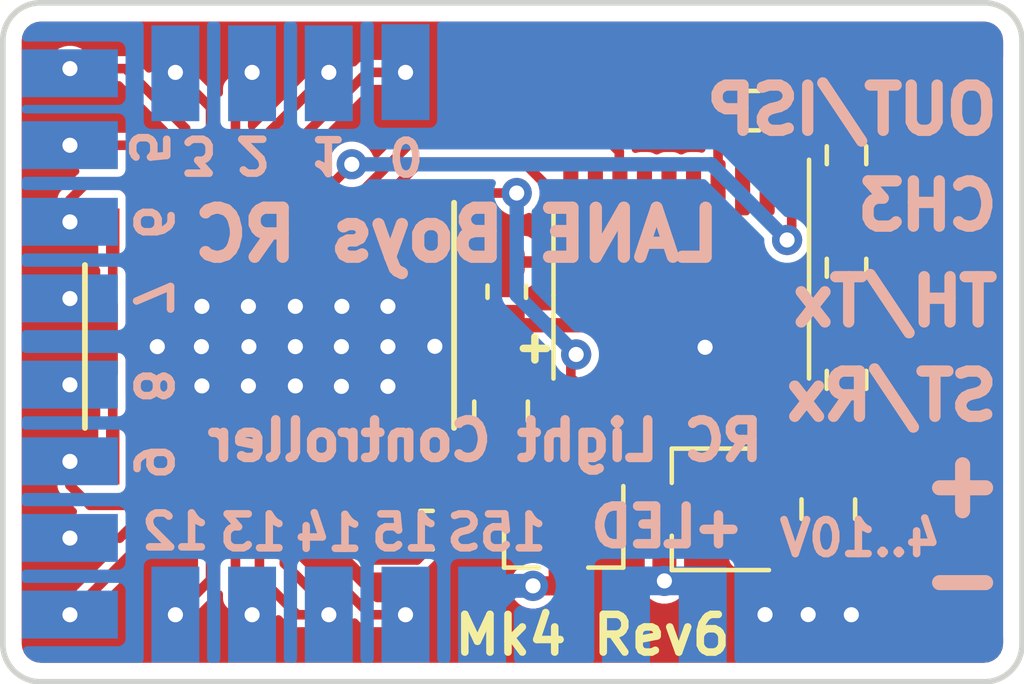
<source format=kicad_pcb>
(kicad_pcb (version 20171130) (host pcbnew 5.1.10-88a1d61d58~88~ubuntu18.04.1)

  (general
    (thickness 0.8)
    (drawings 68)
    (tracks 210)
    (zones 0)
    (modules 37)
    (nets 36)
  )

  (page A4)
  (layers
    (0 Top signal)
    (31 Bottom signal)
    (32 B.Adhes user hide)
    (33 F.Adhes user hide)
    (34 B.Paste user hide)
    (35 F.Paste user hide)
    (36 B.SilkS user)
    (37 F.SilkS user)
    (38 B.Mask user hide)
    (39 F.Mask user hide)
    (40 Dwgs.User user hide)
    (41 Cmts.User user hide)
    (42 Eco1.User user hide)
    (43 Eco2.User user hide)
    (44 Edge.Cuts user)
    (45 Margin user hide)
    (46 B.CrtYd user hide)
    (47 F.CrtYd user)
    (48 B.Fab user hide)
    (49 F.Fab user hide)
  )

  (setup
    (last_trace_width 0.381)
    (user_trace_width 0.2032)
    (user_trace_width 0.2286)
    (user_trace_width 0.381)
    (user_trace_width 0.508)
    (user_trace_width 0.635)
    (user_trace_width 0.762)
    (trace_clearance 0.1524)
    (zone_clearance 0.2032)
    (zone_45_only no)
    (trace_min 0.1524)
    (via_size 0.8)
    (via_drill 0.4)
    (via_min_size 0.4)
    (via_min_drill 0.3)
    (uvia_size 0.3)
    (uvia_drill 0.1)
    (uvias_allowed no)
    (uvia_min_size 0.2)
    (uvia_min_drill 0.1)
    (edge_width 0.15)
    (segment_width 0.2)
    (pcb_text_width 0.3)
    (pcb_text_size 1.5 1.5)
    (mod_edge_width 0.15)
    (mod_text_size 1 1)
    (mod_text_width 0.15)
    (pad_size 1.524 1.524)
    (pad_drill 0.762)
    (pad_to_mask_clearance 0)
    (aux_axis_origin 135 114)
    (grid_origin 135 114)
    (visible_elements 7FFFFF7F)
    (pcbplotparams
      (layerselection 0x010f8_ffffffff)
      (usegerberextensions false)
      (usegerberattributes false)
      (usegerberadvancedattributes false)
      (creategerberjobfile false)
      (excludeedgelayer true)
      (linewidth 0.100000)
      (plotframeref false)
      (viasonmask false)
      (mode 1)
      (useauxorigin false)
      (hpglpennumber 1)
      (hpglpenspeed 20)
      (hpglpendiameter 15.000000)
      (psnegative false)
      (psa4output false)
      (plotreference true)
      (plotvalue true)
      (plotinvisibletext false)
      (padsonsilk false)
      (subtractmaskfromsilk true)
      (outputformat 1)
      (mirror false)
      (drillshape 0)
      (scaleselection 1)
      (outputdirectory "gerber/"))
  )

  (net 0 "")
  (net 1 +3V3)
  (net 2 GND)
  (net 3 /GSCLK)
  (net 4 /SIN)
  (net 5 /SCLK)
  (net 6 /XLAT)
  (net 7 /BLANK)
  (net 8 /VIN)
  (net 9 /OUT-SWITCHED)
  (net 10 /OUT0)
  (net 11 /OUT1)
  (net 12 /OUT2)
  (net 13 /OUT3)
  (net 14 /OUT4)
  (net 15 /OUT5)
  (net 16 /OUT6)
  (net 17 /OUT7)
  (net 18 /OUT8)
  (net 19 /OUT9)
  (net 20 /OUT10)
  (net 21 /OUT11)
  (net 22 /OUT12)
  (net 23 /OUT13)
  (net 24 /OUT14)
  (net 25 /OUT15)
  (net 26 /OUT15S)
  (net 27 /ST-IN)
  (net 28 /TH-IN)
  (net 29 /AUX-IN)
  (net 30 /OUT-ISP-OUT)
  (net 31 /IREF)
  (net 32 /TH-TX)
  (net 33 /OUT-ISP)
  (net 34 /ST-RX)
  (net 35 /AUX)

  (net_class Default "This is the default net class."
    (clearance 0.1524)
    (trace_width 0.254)
    (via_dia 0.8)
    (via_drill 0.4)
    (uvia_dia 0.3)
    (uvia_drill 0.1)
    (diff_pair_width 0.2032)
    (diff_pair_gap 0.254)
    (add_net +3V3)
    (add_net /AUX)
    (add_net /AUX-IN)
    (add_net /BLANK)
    (add_net /GSCLK)
    (add_net /IREF)
    (add_net /OUT-ISP)
    (add_net /OUT-ISP-OUT)
    (add_net /OUT-SWITCHED)
    (add_net /OUT0)
    (add_net /OUT1)
    (add_net /OUT10)
    (add_net /OUT11)
    (add_net /OUT12)
    (add_net /OUT13)
    (add_net /OUT14)
    (add_net /OUT15)
    (add_net /OUT15S)
    (add_net /OUT2)
    (add_net /OUT3)
    (add_net /OUT4)
    (add_net /OUT5)
    (add_net /OUT6)
    (add_net /OUT7)
    (add_net /OUT8)
    (add_net /OUT9)
    (add_net /SCLK)
    (add_net /SIN)
    (add_net /ST-IN)
    (add_net /ST-RX)
    (add_net /TH-IN)
    (add_net /TH-TX)
    (add_net /VIN)
    (add_net /XLAT)
    (add_net GND)
    (add_net "Net-(U2-Pad10)")
    (add_net "Net-(U2-Pad14)")
    (add_net "Net-(U2-Pad2)")
    (add_net "Net-(U2-Pad20)")
    (add_net "Net-(U2-Pad5)")
    (add_net "Net-(U2-Pad9)")
    (add_net "Net-(U3-Pad23)")
    (add_net "Net-(U3-Pad24)")
  )

  (module Package_SO:TSSOP-20_4.4x6.5mm_P0.65mm (layer Top) (tedit 5E476F32) (tstamp 609F50B8)
    (at 152.9738 103.7638 270)
    (descr "TSSOP, 20 Pin (JEDEC MO-153 Var AC https://www.jedec.org/document_search?search_api_views_fulltext=MO-153), generated with kicad-footprint-generator ipc_gullwing_generator.py")
    (tags "TSSOP SO")
    (path /609FA9C6)
    (attr smd)
    (fp_text reference U2 (at 0 -4.2 90) (layer F.SilkS) hide
      (effects (font (size 1 1) (thickness 0.15)))
    )
    (fp_text value LPC832M101FDH20 (at -8.1788 2.7338 90) (layer F.Fab)
      (effects (font (size 0.8 0.8) (thickness 0.15)))
    )
    (fp_text user %R (at 0 0 90) (layer F.Fab)
      (effects (font (size 1 1) (thickness 0.15)))
    )
    (fp_line (start 0 3.385) (end 2.2 3.385) (layer F.SilkS) (width 0.12))
    (fp_line (start 0 3.385) (end -2.2 3.385) (layer F.SilkS) (width 0.12))
    (fp_line (start 0 -3.385) (end 2.2 -3.385) (layer F.SilkS) (width 0.12))
    (fp_line (start 0 -3.385) (end -3.6 -3.385) (layer F.SilkS) (width 0.12))
    (fp_line (start -1.2 -3.25) (end 2.2 -3.25) (layer F.Fab) (width 0.1))
    (fp_line (start 2.2 -3.25) (end 2.2 3.25) (layer F.Fab) (width 0.1))
    (fp_line (start 2.2 3.25) (end -2.2 3.25) (layer F.Fab) (width 0.1))
    (fp_line (start -2.2 3.25) (end -2.2 -2.25) (layer F.Fab) (width 0.1))
    (fp_line (start -2.2 -2.25) (end -1.2 -3.25) (layer F.Fab) (width 0.1))
    (fp_line (start -3.85 -3.5) (end -3.85 3.5) (layer F.CrtYd) (width 0.05))
    (fp_line (start -3.85 3.5) (end 3.85 3.5) (layer F.CrtYd) (width 0.05))
    (fp_line (start 3.85 3.5) (end 3.85 -3.5) (layer F.CrtYd) (width 0.05))
    (fp_line (start 3.85 -3.5) (end -3.85 -3.5) (layer F.CrtYd) (width 0.05))
    (pad 20 smd roundrect (at 2.8625 -2.925 270) (size 1.475 0.4) (layers Top F.Paste F.Mask) (roundrect_rratio 0.25))
    (pad 19 smd roundrect (at 2.8625 -2.275 270) (size 1.475 0.4) (layers Top F.Paste F.Mask) (roundrect_rratio 0.25)
      (net 34 /ST-RX))
    (pad 18 smd roundrect (at 2.8625 -1.625 270) (size 1.475 0.4) (layers Top F.Paste F.Mask) (roundrect_rratio 0.25)
      (net 1 +3V3))
    (pad 17 smd roundrect (at 2.8625 -0.975 270) (size 1.475 0.4) (layers Top F.Paste F.Mask) (roundrect_rratio 0.25)
      (net 2 GND))
    (pad 16 smd roundrect (at 2.8625 -0.325 270) (size 1.475 0.4) (layers Top F.Paste F.Mask) (roundrect_rratio 0.25)
      (net 2 GND))
    (pad 15 smd roundrect (at 2.8625 0.325 270) (size 1.475 0.4) (layers Top F.Paste F.Mask) (roundrect_rratio 0.25)
      (net 1 +3V3))
    (pad 14 smd roundrect (at 2.8625 0.975 270) (size 1.475 0.4) (layers Top F.Paste F.Mask) (roundrect_rratio 0.25))
    (pad 13 smd roundrect (at 2.8625 1.625 270) (size 1.475 0.4) (layers Top F.Paste F.Mask) (roundrect_rratio 0.25)
      (net 9 /OUT-SWITCHED))
    (pad 12 smd roundrect (at 2.8625 2.275 270) (size 1.475 0.4) (layers Top F.Paste F.Mask) (roundrect_rratio 0.25)
      (net 3 /GSCLK))
    (pad 11 smd roundrect (at 2.8625 2.925 270) (size 1.475 0.4) (layers Top F.Paste F.Mask) (roundrect_rratio 0.25)
      (net 7 /BLANK))
    (pad 10 smd roundrect (at -2.8625 2.925 270) (size 1.475 0.4) (layers Top F.Paste F.Mask) (roundrect_rratio 0.25))
    (pad 9 smd roundrect (at -2.8625 2.275 270) (size 1.475 0.4) (layers Top F.Paste F.Mask) (roundrect_rratio 0.25))
    (pad 8 smd roundrect (at -2.8625 1.625 270) (size 1.475 0.4) (layers Top F.Paste F.Mask) (roundrect_rratio 0.25)
      (net 5 /SCLK))
    (pad 7 smd roundrect (at -2.8625 0.975 270) (size 1.475 0.4) (layers Top F.Paste F.Mask) (roundrect_rratio 0.25)
      (net 6 /XLAT))
    (pad 6 smd roundrect (at -2.8625 0.325 270) (size 1.475 0.4) (layers Top F.Paste F.Mask) (roundrect_rratio 0.25)
      (net 32 /TH-TX))
    (pad 5 smd roundrect (at -2.8625 -0.325 270) (size 1.475 0.4) (layers Top F.Paste F.Mask) (roundrect_rratio 0.25))
    (pad 4 smd roundrect (at -2.8625 -0.975 270) (size 1.475 0.4) (layers Top F.Paste F.Mask) (roundrect_rratio 0.25)
      (net 33 /OUT-ISP))
    (pad 3 smd roundrect (at -2.8625 -1.625 270) (size 1.475 0.4) (layers Top F.Paste F.Mask) (roundrect_rratio 0.25)
      (net 35 /AUX))
    (pad 2 smd roundrect (at -2.8625 -2.275 270) (size 1.475 0.4) (layers Top F.Paste F.Mask) (roundrect_rratio 0.25))
    (pad 1 smd roundrect (at -2.8625 -2.925 270) (size 1.475 0.4) (layers Top F.Paste F.Mask) (roundrect_rratio 0.25)
      (net 4 /SIN))
    (model ${KISYS3DMOD}/Package_SO.3dshapes/TSSOP-20_4.4x6.5mm_P0.65mm.wrl
      (at (xyz 0 0 0))
      (scale (xyz 1 1 1))
      (rotate (xyz 0 0 0))
    )
  )

  (module Resistor_SMD:R_0603_1608Metric (layer Top) (tedit 5F68FEEE) (tstamp 60248A33)
    (at 157.352 103.0272 270)
    (descr "Resistor SMD 0603 (1608 Metric), square (rectangular) end terminal, IPC_7351 nominal, (Body size source: IPC-SM-782 page 72, https://www.pcb-3d.com/wordpress/wp-content/uploads/ipc-sm-782a_amendment_1_and_2.pdf), generated with kicad-footprint-generator")
    (tags resistor)
    (path /602C1006)
    (attr smd)
    (fp_text reference R5 (at 0 -1.43 90) (layer F.SilkS) hide
      (effects (font (size 1 1) (thickness 0.15)))
    )
    (fp_text value 1k (at -0.0254 -1.2751 90) (layer F.Fab)
      (effects (font (size 0.8 0.8) (thickness 0.15)))
    )
    (fp_line (start 1.48 0.73) (end -1.48 0.73) (layer F.CrtYd) (width 0.05))
    (fp_line (start 1.48 -0.73) (end 1.48 0.73) (layer F.CrtYd) (width 0.05))
    (fp_line (start -1.48 -0.73) (end 1.48 -0.73) (layer F.CrtYd) (width 0.05))
    (fp_line (start -1.48 0.73) (end -1.48 -0.73) (layer F.CrtYd) (width 0.05))
    (fp_line (start -0.237258 0.5225) (end 0.237258 0.5225) (layer F.SilkS) (width 0.12))
    (fp_line (start -0.237258 -0.5225) (end 0.237258 -0.5225) (layer F.SilkS) (width 0.12))
    (fp_line (start 0.8 0.4125) (end -0.8 0.4125) (layer F.Fab) (width 0.1))
    (fp_line (start 0.8 -0.4125) (end 0.8 0.4125) (layer F.Fab) (width 0.1))
    (fp_line (start -0.8 -0.4125) (end 0.8 -0.4125) (layer F.Fab) (width 0.1))
    (fp_line (start -0.8 0.4125) (end -0.8 -0.4125) (layer F.Fab) (width 0.1))
    (fp_text user %R (at 0 0 90) (layer F.Fab)
      (effects (font (size 0.4 0.4) (thickness 0.06)))
    )
    (pad 2 smd roundrect (at 0.825 0 270) (size 0.8 0.95) (layers Top F.Paste F.Mask) (roundrect_rratio 0.25)
      (net 28 /TH-IN))
    (pad 1 smd roundrect (at -0.825 0 270) (size 0.8 0.95) (layers Top F.Paste F.Mask) (roundrect_rratio 0.25)
      (net 32 /TH-TX))
    (model ${KISYS3DMOD}/Resistor_SMD.3dshapes/R_0603_1608Metric.wrl
      (at (xyz 0 0 0))
      (scale (xyz 1 1 1))
      (rotate (xyz 0 0 0))
    )
  )

  (module Resistor_SMD:R_0603_1608Metric (layer Top) (tedit 5F68FEEE) (tstamp 60248A22)
    (at 154.7993 98.8616)
    (descr "Resistor SMD 0603 (1608 Metric), square (rectangular) end terminal, IPC_7351 nominal, (Body size source: IPC-SM-782 page 72, https://www.pcb-3d.com/wordpress/wp-content/uploads/ipc-sm-782a_amendment_1_and_2.pdf), generated with kicad-footprint-generator")
    (tags resistor)
    (path /602C0E81)
    (attr smd)
    (fp_text reference R4 (at 0 -1.43) (layer F.SilkS) hide
      (effects (font (size 1 1) (thickness 0.15)))
    )
    (fp_text value 1k (at 0 -1.1303) (layer F.Fab)
      (effects (font (size 0.8 0.8) (thickness 0.15)))
    )
    (fp_line (start 1.48 0.73) (end -1.48 0.73) (layer F.CrtYd) (width 0.05))
    (fp_line (start 1.48 -0.73) (end 1.48 0.73) (layer F.CrtYd) (width 0.05))
    (fp_line (start -1.48 -0.73) (end 1.48 -0.73) (layer F.CrtYd) (width 0.05))
    (fp_line (start -1.48 0.73) (end -1.48 -0.73) (layer F.CrtYd) (width 0.05))
    (fp_line (start -0.237258 0.5225) (end 0.237258 0.5225) (layer F.SilkS) (width 0.12))
    (fp_line (start -0.237258 -0.5225) (end 0.237258 -0.5225) (layer F.SilkS) (width 0.12))
    (fp_line (start 0.8 0.4125) (end -0.8 0.4125) (layer F.Fab) (width 0.1))
    (fp_line (start 0.8 -0.4125) (end 0.8 0.4125) (layer F.Fab) (width 0.1))
    (fp_line (start -0.8 -0.4125) (end 0.8 -0.4125) (layer F.Fab) (width 0.1))
    (fp_line (start -0.8 0.4125) (end -0.8 -0.4125) (layer F.Fab) (width 0.1))
    (fp_text user %R (at 0 0) (layer F.Fab)
      (effects (font (size 0.4 0.4) (thickness 0.06)))
    )
    (pad 2 smd roundrect (at 0.825 0) (size 0.8 0.95) (layers Top F.Paste F.Mask) (roundrect_rratio 0.25)
      (net 30 /OUT-ISP-OUT))
    (pad 1 smd roundrect (at -0.825 0) (size 0.8 0.95) (layers Top F.Paste F.Mask) (roundrect_rratio 0.25)
      (net 33 /OUT-ISP))
    (model ${KISYS3DMOD}/Resistor_SMD.3dshapes/R_0603_1608Metric.wrl
      (at (xyz 0 0 0))
      (scale (xyz 1 1 1))
      (rotate (xyz 0 0 0))
    )
  )

  (module Resistor_SMD:R_0603_1608Metric (layer Top) (tedit 5F68FEEE) (tstamp 60248A11)
    (at 157.352 100.0432 270)
    (descr "Resistor SMD 0603 (1608 Metric), square (rectangular) end terminal, IPC_7351 nominal, (Body size source: IPC-SM-782 page 72, https://www.pcb-3d.com/wordpress/wp-content/uploads/ipc-sm-782a_amendment_1_and_2.pdf), generated with kicad-footprint-generator")
    (tags resistor)
    (path /602C0CD8)
    (attr smd)
    (fp_text reference R3 (at 0 -1.43 90) (layer F.SilkS) hide
      (effects (font (size 1 1) (thickness 0.15)))
    )
    (fp_text value 1k (at -0.0254 -1.2751 90) (layer F.Fab)
      (effects (font (size 0.8 0.8) (thickness 0.15)))
    )
    (fp_line (start 1.48 0.73) (end -1.48 0.73) (layer F.CrtYd) (width 0.05))
    (fp_line (start 1.48 -0.73) (end 1.48 0.73) (layer F.CrtYd) (width 0.05))
    (fp_line (start -1.48 -0.73) (end 1.48 -0.73) (layer F.CrtYd) (width 0.05))
    (fp_line (start -1.48 0.73) (end -1.48 -0.73) (layer F.CrtYd) (width 0.05))
    (fp_line (start -0.237258 0.5225) (end 0.237258 0.5225) (layer F.SilkS) (width 0.12))
    (fp_line (start -0.237258 -0.5225) (end 0.237258 -0.5225) (layer F.SilkS) (width 0.12))
    (fp_line (start 0.8 0.4125) (end -0.8 0.4125) (layer F.Fab) (width 0.1))
    (fp_line (start 0.8 -0.4125) (end 0.8 0.4125) (layer F.Fab) (width 0.1))
    (fp_line (start -0.8 -0.4125) (end 0.8 -0.4125) (layer F.Fab) (width 0.1))
    (fp_line (start -0.8 0.4125) (end -0.8 -0.4125) (layer F.Fab) (width 0.1))
    (fp_text user %R (at 0 0 90) (layer F.Fab)
      (effects (font (size 0.4 0.4) (thickness 0.06)))
    )
    (pad 2 smd roundrect (at 0.825 0 270) (size 0.8 0.95) (layers Top F.Paste F.Mask) (roundrect_rratio 0.25)
      (net 29 /AUX-IN))
    (pad 1 smd roundrect (at -0.825 0 270) (size 0.8 0.95) (layers Top F.Paste F.Mask) (roundrect_rratio 0.25)
      (net 35 /AUX))
    (model ${KISYS3DMOD}/Resistor_SMD.3dshapes/R_0603_1608Metric.wrl
      (at (xyz 0 0 0))
      (scale (xyz 1 1 1))
      (rotate (xyz 0 0 0))
    )
  )

  (module Resistor_SMD:R_0603_1608Metric (layer Top) (tedit 5F68FEEE) (tstamp 60248A00)
    (at 157.352 105.999 270)
    (descr "Resistor SMD 0603 (1608 Metric), square (rectangular) end terminal, IPC_7351 nominal, (Body size source: IPC-SM-782 page 72, https://www.pcb-3d.com/wordpress/wp-content/uploads/ipc-sm-782a_amendment_1_and_2.pdf), generated with kicad-footprint-generator")
    (tags resistor)
    (path /6029DAB9)
    (attr smd)
    (fp_text reference R2 (at 0 -1.43 90) (layer F.SilkS) hide
      (effects (font (size 1 1) (thickness 0.15)))
    )
    (fp_text value 1k (at -0.0254 -1.2751 90) (layer F.Fab)
      (effects (font (size 0.8 0.8) (thickness 0.15)))
    )
    (fp_line (start 1.48 0.73) (end -1.48 0.73) (layer F.CrtYd) (width 0.05))
    (fp_line (start 1.48 -0.73) (end 1.48 0.73) (layer F.CrtYd) (width 0.05))
    (fp_line (start -1.48 -0.73) (end 1.48 -0.73) (layer F.CrtYd) (width 0.05))
    (fp_line (start -1.48 0.73) (end -1.48 -0.73) (layer F.CrtYd) (width 0.05))
    (fp_line (start -0.237258 0.5225) (end 0.237258 0.5225) (layer F.SilkS) (width 0.12))
    (fp_line (start -0.237258 -0.5225) (end 0.237258 -0.5225) (layer F.SilkS) (width 0.12))
    (fp_line (start 0.8 0.4125) (end -0.8 0.4125) (layer F.Fab) (width 0.1))
    (fp_line (start 0.8 -0.4125) (end 0.8 0.4125) (layer F.Fab) (width 0.1))
    (fp_line (start -0.8 -0.4125) (end 0.8 -0.4125) (layer F.Fab) (width 0.1))
    (fp_line (start -0.8 0.4125) (end -0.8 -0.4125) (layer F.Fab) (width 0.1))
    (fp_text user %R (at 0 0 90) (layer F.Fab)
      (effects (font (size 0.4 0.4) (thickness 0.06)))
    )
    (pad 2 smd roundrect (at 0.825 0 270) (size 0.8 0.95) (layers Top F.Paste F.Mask) (roundrect_rratio 0.25)
      (net 27 /ST-IN))
    (pad 1 smd roundrect (at -0.825 0 270) (size 0.8 0.95) (layers Top F.Paste F.Mask) (roundrect_rratio 0.25)
      (net 34 /ST-RX))
    (model ${KISYS3DMOD}/Resistor_SMD.3dshapes/R_0603_1608Metric.wrl
      (at (xyz 0 0 0))
      (scale (xyz 1 1 1))
      (rotate (xyz 0 0 0))
    )
  )

  (module Capacitor_SMD:C_0805_2012Metric (layer Top) (tedit 601FDAD8) (tstamp 5C81F495)
    (at 148.1996 106.8324 270)
    (descr "Capacitor SMD 0805 (2012 Metric), square (rectangular) end terminal, IPC_7351 nominal, (Body size source: https://docs.google.com/spreadsheets/d/1BsfQQcO9C6DZCsRaXUlFlo91Tg2WpOkGARC1WS5S8t0/edit?usp=sharing), generated with kicad-footprint-generator")
    (tags capacitor)
    (path /5C870864)
    (attr smd)
    (fp_text reference C2 (at 0 -1.65 90) (layer F.SilkS) hide
      (effects (font (size 1 1) (thickness 0.15)))
    )
    (fp_text value 47u/6V3 (at 0.1572 -3.3772) (layer F.Fab)
      (effects (font (size 0.8 0.8) (thickness 0.15)))
    )
    (fp_line (start -1 0.6) (end -1 -0.6) (layer F.Fab) (width 0.1))
    (fp_line (start -1 -0.6) (end 1 -0.6) (layer F.Fab) (width 0.1))
    (fp_line (start 1 -0.6) (end 1 0.6) (layer F.Fab) (width 0.1))
    (fp_line (start 1 0.6) (end -1 0.6) (layer F.Fab) (width 0.1))
    (fp_line (start -0.258578 -0.71) (end 0.258578 -0.71) (layer F.SilkS) (width 0.12))
    (fp_line (start -0.258578 0.71) (end 0.258578 0.71) (layer F.SilkS) (width 0.12))
    (fp_line (start -1.68 0.95) (end -1.68 -0.95) (layer F.CrtYd) (width 0.05))
    (fp_line (start -1.68 -0.95) (end 1.68 -0.95) (layer F.CrtYd) (width 0.05))
    (fp_line (start 1.68 -0.95) (end 1.68 0.95) (layer F.CrtYd) (width 0.05))
    (fp_line (start 1.68 0.95) (end -1.68 0.95) (layer F.CrtYd) (width 0.05))
    (fp_text user %R (at 0 0 90) (layer F.Fab)
      (effects (font (size 0.5 0.5) (thickness 0.08)))
    )
    (pad 1 smd roundrect (at -0.9375 0 270) (size 0.975 1.4) (layers Top F.Paste F.Mask) (roundrect_rratio 0.25)
      (net 1 +3V3))
    (pad 2 smd roundrect (at 0.9375 0 270) (size 0.975 1.4) (layers Top F.Paste F.Mask) (roundrect_rratio 0.25)
      (net 2 GND))
    (model ${KISYS3DMOD}/Capacitor_SMD.3dshapes/C_0805_2012Metric.wrl
      (at (xyz 0 0 0))
      (scale (xyz 1 1 1))
      (rotate (xyz 0 0 0))
    )
  )

  (module Package_TO_SOT_SMD:SOT-23W (layer Top) (tedit 5A02FF57) (tstamp 5C81BBC1)
    (at 153.7971 109.4316 180)
    (descr "SOT-23W http://www.allegromicro.com/~/media/Files/Datasheets/A112x-Datasheet.ashx?la=en&hash=7BC461E058CC246E0BAB62433B2F1ECA104CA9D3")
    (tags SOT-23W)
    (path /09B5DC2D)
    (attr smd)
    (fp_text reference U1 (at 0 -2.5) (layer F.SilkS) hide
      (effects (font (size 1 1) (thickness 0.15)))
    )
    (fp_text value 3V3 (at -0.0624 -2.3459) (layer F.Fab)
      (effects (font (size 0.8 0.8) (thickness 0.15)))
    )
    (fp_line (start 1.075 -1.61) (end 1.075 -0.7) (layer F.SilkS) (width 0.12))
    (fp_line (start 1.075 0.7) (end 1.075 1.61) (layer F.SilkS) (width 0.12))
    (fp_line (start -1.5 -1.61) (end 1.075 -1.61) (layer F.SilkS) (width 0.12))
    (fp_line (start -1.075 1.61) (end 1.075 1.61) (layer F.SilkS) (width 0.12))
    (fp_line (start -0.955 -0.49) (end -0.955 1.49) (layer F.Fab) (width 0.1))
    (fp_line (start 0.045 -1.49) (end 0.955 -1.49) (layer F.Fab) (width 0.1))
    (fp_line (start -0.955 -0.49) (end 0.045 -1.49) (layer F.Fab) (width 0.1))
    (fp_line (start 0.955 -1.49) (end 0.955 1.49) (layer F.Fab) (width 0.1))
    (fp_line (start -0.955 1.49) (end 0.955 1.49) (layer F.Fab) (width 0.1))
    (fp_line (start -1.95 -1.74) (end 1.95 -1.74) (layer F.CrtYd) (width 0.05))
    (fp_line (start 1.95 -1.74) (end 1.95 1.74) (layer F.CrtYd) (width 0.05))
    (fp_line (start 1.95 1.74) (end -1.95 1.74) (layer F.CrtYd) (width 0.05))
    (fp_line (start -1.95 1.74) (end -1.95 -1.74) (layer F.CrtYd) (width 0.05))
    (fp_text user %R (at 0 0 90) (layer F.Fab)
      (effects (font (size 0.5 0.5) (thickness 0.075)))
    )
    (pad 3 smd rect (at 1.2 0 180) (size 1 0.7) (layers Top F.Paste F.Mask)
      (net 8 /VIN))
    (pad 2 smd rect (at -1.2 0.95 180) (size 1 0.7) (layers Top F.Paste F.Mask)
      (net 1 +3V3))
    (pad 1 smd rect (at -1.2 -0.95 180) (size 1 0.7) (layers Top F.Paste F.Mask)
      (net 2 GND))
    (model ${KISYS3DMOD}/Package_TO_SOT_SMD.3dshapes/SOT-23W.wrl
      (at (xyz 0 0 0))
      (scale (xyz 1 1 1))
      (rotate (xyz 0 0 0))
    )
  )

  (module Package_TO_SOT_SMD:SOT-23 (layer Top) (tedit 5A02FF57) (tstamp 5C81BCC1)
    (at 149.859 110.2154 270)
    (descr "SOT-23, Standard")
    (tags SOT-23)
    (path /8692C711)
    (attr smd)
    (fp_text reference T1 (at 0 -2.5 90) (layer F.SilkS) hide
      (effects (font (size 1 1) (thickness 0.15)))
    )
    (fp_text value NMOSSOT23 (at 1.4986 1.8415 180) (layer F.Fab)
      (effects (font (size 0.8 0.8) (thickness 0.15)))
    )
    (fp_line (start -0.7 -0.95) (end -0.7 1.5) (layer F.Fab) (width 0.1))
    (fp_line (start -0.15 -1.52) (end 0.7 -1.52) (layer F.Fab) (width 0.1))
    (fp_line (start -0.7 -0.95) (end -0.15 -1.52) (layer F.Fab) (width 0.1))
    (fp_line (start 0.7 -1.52) (end 0.7 1.52) (layer F.Fab) (width 0.1))
    (fp_line (start -0.7 1.52) (end 0.7 1.52) (layer F.Fab) (width 0.1))
    (fp_line (start 0.76 1.58) (end 0.76 0.65) (layer F.SilkS) (width 0.12))
    (fp_line (start 0.76 -1.58) (end 0.76 -0.65) (layer F.SilkS) (width 0.12))
    (fp_line (start -1.7 -1.75) (end 1.7 -1.75) (layer F.CrtYd) (width 0.05))
    (fp_line (start 1.7 -1.75) (end 1.7 1.75) (layer F.CrtYd) (width 0.05))
    (fp_line (start 1.7 1.75) (end -1.7 1.75) (layer F.CrtYd) (width 0.05))
    (fp_line (start -1.7 1.75) (end -1.7 -1.75) (layer F.CrtYd) (width 0.05))
    (fp_line (start 0.76 -1.58) (end -1.4 -1.58) (layer F.SilkS) (width 0.12))
    (fp_line (start 0.76 1.58) (end -0.7 1.58) (layer F.SilkS) (width 0.12))
    (fp_text user %R (at 0 0) (layer F.Fab)
      (effects (font (size 0.5 0.5) (thickness 0.075)))
    )
    (pad 3 smd rect (at 1 0 270) (size 0.9 0.8) (layers Top F.Paste F.Mask)
      (net 26 /OUT15S))
    (pad 2 smd rect (at -1 0.95 270) (size 0.9 0.8) (layers Top F.Paste F.Mask)
      (net 2 GND))
    (pad 1 smd rect (at -1 -0.95 270) (size 0.9 0.8) (layers Top F.Paste F.Mask)
      (net 9 /OUT-SWITCHED))
    (model ${KISYS3DMOD}/Package_TO_SOT_SMD.3dshapes/SOT-23.wrl
      (at (xyz 0 0 0))
      (scale (xyz 1 1 1))
      (rotate (xyz 0 0 0))
    )
  )

  (module rc-light-controller-tlc5940-lpc812:SOP65P640X120-29N (layer Top) (tedit 5CD12D38) (tstamp 5C82FD92)
    (at 142.1291 105.1136 270)
    (path /840783A6)
    (solder_paste_margin -0.0127)
    (fp_text reference U3 (at -3.4544 -5.715 270) (layer F.SilkS) hide
      (effects (font (size 1.97866 1.97866) (thickness 0.197866)) (justify left bottom))
    )
    (fp_text value TLC5940PWP (at 0.3012 4.0397) (layer F.Fab)
      (effects (font (size 0.8 0.8) (thickness 0.15)) (justify left bottom))
    )
    (fp_line (start -2.2606 -4.9022) (end -2.2606 4.9022) (layer F.Fab) (width 0.1))
    (fp_line (start -0.3048 -4.9022) (end -2.2606 -4.9022) (layer F.Fab) (width 0.1))
    (fp_line (start 0.3048 -4.9022) (end -0.3048 -4.9022) (layer F.Fab) (width 0.1))
    (fp_line (start 2.2606 -4.9022) (end 0.3048 -4.9022) (layer F.Fab) (width 0.1))
    (fp_line (start 2.2606 4.9022) (end 2.2606 -4.9022) (layer F.Fab) (width 0.1))
    (fp_line (start -2.2606 4.9022) (end 2.2606 4.9022) (layer F.Fab) (width 0.1))
    (fp_line (start 3.302 -4.3688) (end 2.2606 -4.3688) (layer F.Fab) (width 0.1))
    (fp_line (start 3.302 -4.064) (end 3.302 -4.3688) (layer F.Fab) (width 0.1))
    (fp_line (start 2.2606 -4.064) (end 3.302 -4.064) (layer F.Fab) (width 0.1))
    (fp_line (start 2.2606 -4.3688) (end 2.2606 -4.064) (layer F.Fab) (width 0.1))
    (fp_line (start 3.302 -3.7338) (end 2.2606 -3.7338) (layer F.Fab) (width 0.1))
    (fp_line (start 3.302 -3.429) (end 3.302 -3.7338) (layer F.Fab) (width 0.1))
    (fp_line (start 2.2606 -3.429) (end 3.302 -3.429) (layer F.Fab) (width 0.1))
    (fp_line (start 2.2606 -3.7338) (end 2.2606 -3.429) (layer F.Fab) (width 0.1))
    (fp_line (start 3.302 -3.0734) (end 2.2606 -3.0734) (layer F.Fab) (width 0.1))
    (fp_line (start 3.302 -2.7686) (end 3.302 -3.0734) (layer F.Fab) (width 0.1))
    (fp_line (start 2.2606 -2.7686) (end 3.302 -2.7686) (layer F.Fab) (width 0.1))
    (fp_line (start 2.2606 -3.0734) (end 2.2606 -2.7686) (layer F.Fab) (width 0.1))
    (fp_line (start 3.302 -2.413) (end 2.2606 -2.413) (layer F.Fab) (width 0.1))
    (fp_line (start 3.302 -2.1336) (end 3.302 -2.413) (layer F.Fab) (width 0.1))
    (fp_line (start 2.2606 -2.1336) (end 3.302 -2.1336) (layer F.Fab) (width 0.1))
    (fp_line (start 2.2606 -2.413) (end 2.2606 -2.1336) (layer F.Fab) (width 0.1))
    (fp_line (start 3.302 -1.778) (end 2.2606 -1.778) (layer F.Fab) (width 0.1))
    (fp_line (start 3.302 -1.4732) (end 3.302 -1.778) (layer F.Fab) (width 0.1))
    (fp_line (start 2.2606 -1.4732) (end 3.302 -1.4732) (layer F.Fab) (width 0.1))
    (fp_line (start 2.2606 -1.778) (end 2.2606 -1.4732) (layer F.Fab) (width 0.1))
    (fp_line (start 3.302 -1.1176) (end 2.2606 -1.1176) (layer F.Fab) (width 0.1))
    (fp_line (start 3.302 -0.8128) (end 3.302 -1.1176) (layer F.Fab) (width 0.1))
    (fp_line (start 2.2606 -0.8128) (end 3.302 -0.8128) (layer F.Fab) (width 0.1))
    (fp_line (start 2.2606 -1.1176) (end 2.2606 -0.8128) (layer F.Fab) (width 0.1))
    (fp_line (start 3.302 -0.4826) (end 2.2606 -0.4826) (layer F.Fab) (width 0.1))
    (fp_line (start 3.302 -0.1778) (end 3.302 -0.4826) (layer F.Fab) (width 0.1))
    (fp_line (start 2.2606 -0.1778) (end 3.302 -0.1778) (layer F.Fab) (width 0.1))
    (fp_line (start 2.2606 -0.4826) (end 2.2606 -0.1778) (layer F.Fab) (width 0.1))
    (fp_line (start 3.302 0.1778) (end 2.2606 0.1778) (layer F.Fab) (width 0.1))
    (fp_line (start 3.302 0.4826) (end 3.302 0.1778) (layer F.Fab) (width 0.1))
    (fp_line (start 2.2606 0.4826) (end 3.302 0.4826) (layer F.Fab) (width 0.1))
    (fp_line (start 2.2606 0.1778) (end 2.2606 0.4826) (layer F.Fab) (width 0.1))
    (fp_line (start 3.302 0.8128) (end 2.2606 0.8128) (layer F.Fab) (width 0.1))
    (fp_line (start 3.302 1.1176) (end 3.302 0.8128) (layer F.Fab) (width 0.1))
    (fp_line (start 2.2606 1.1176) (end 3.302 1.1176) (layer F.Fab) (width 0.1))
    (fp_line (start 2.2606 0.8128) (end 2.2606 1.1176) (layer F.Fab) (width 0.1))
    (fp_line (start 3.302 1.4732) (end 2.2606 1.4732) (layer F.Fab) (width 0.1))
    (fp_line (start 3.302 1.778) (end 3.302 1.4732) (layer F.Fab) (width 0.1))
    (fp_line (start 2.2606 1.778) (end 3.302 1.778) (layer F.Fab) (width 0.1))
    (fp_line (start 2.2606 1.4732) (end 2.2606 1.778) (layer F.Fab) (width 0.1))
    (fp_line (start 3.302 2.1336) (end 2.2606 2.1336) (layer F.Fab) (width 0.1))
    (fp_line (start 3.302 2.413) (end 3.302 2.1336) (layer F.Fab) (width 0.1))
    (fp_line (start 2.2606 2.413) (end 3.302 2.413) (layer F.Fab) (width 0.1))
    (fp_line (start 2.2606 2.1336) (end 2.2606 2.413) (layer F.Fab) (width 0.1))
    (fp_line (start 3.302 2.7686) (end 2.2606 2.7686) (layer F.Fab) (width 0.1))
    (fp_line (start 3.302 3.0734) (end 3.302 2.7686) (layer F.Fab) (width 0.1))
    (fp_line (start 2.2606 3.0734) (end 3.302 3.0734) (layer F.Fab) (width 0.1))
    (fp_line (start 2.2606 2.7686) (end 2.2606 3.0734) (layer F.Fab) (width 0.1))
    (fp_line (start 3.302 3.429) (end 2.2606 3.429) (layer F.Fab) (width 0.1))
    (fp_line (start 3.302 3.7338) (end 3.302 3.429) (layer F.Fab) (width 0.1))
    (fp_line (start 2.2606 3.7338) (end 3.302 3.7338) (layer F.Fab) (width 0.1))
    (fp_line (start 2.2606 3.429) (end 2.2606 3.7338) (layer F.Fab) (width 0.1))
    (fp_line (start 3.302 4.064) (end 2.2606 4.064) (layer F.Fab) (width 0.1))
    (fp_line (start 3.302 4.3688) (end 3.302 4.064) (layer F.Fab) (width 0.1))
    (fp_line (start 2.2606 4.3688) (end 3.302 4.3688) (layer F.Fab) (width 0.1))
    (fp_line (start 2.2606 4.064) (end 2.2606 4.3688) (layer F.Fab) (width 0.1))
    (fp_line (start -3.302 4.3688) (end -2.2606 4.3688) (layer F.Fab) (width 0.1))
    (fp_line (start -3.302 4.064) (end -3.302 4.3688) (layer F.Fab) (width 0.1))
    (fp_line (start -2.2606 4.064) (end -3.302 4.064) (layer F.Fab) (width 0.1))
    (fp_line (start -2.2606 4.3688) (end -2.2606 4.064) (layer F.Fab) (width 0.1))
    (fp_line (start -3.302 3.7338) (end -2.2606 3.7338) (layer F.Fab) (width 0.1))
    (fp_line (start -3.302 3.429) (end -3.302 3.7338) (layer F.Fab) (width 0.1))
    (fp_line (start -2.2606 3.429) (end -3.302 3.429) (layer F.Fab) (width 0.1))
    (fp_line (start -2.2606 3.7338) (end -2.2606 3.429) (layer F.Fab) (width 0.1))
    (fp_line (start -3.302 3.0734) (end -2.2606 3.0734) (layer F.Fab) (width 0.1))
    (fp_line (start -3.302 2.7686) (end -3.302 3.0734) (layer F.Fab) (width 0.1))
    (fp_line (start -2.2606 2.7686) (end -3.302 2.7686) (layer F.Fab) (width 0.1))
    (fp_line (start -2.2606 3.0734) (end -2.2606 2.7686) (layer F.Fab) (width 0.1))
    (fp_line (start -3.302 2.413) (end -2.2606 2.413) (layer F.Fab) (width 0.1))
    (fp_line (start -3.302 2.1336) (end -3.302 2.413) (layer F.Fab) (width 0.1))
    (fp_line (start -2.2606 2.1336) (end -3.302 2.1336) (layer F.Fab) (width 0.1))
    (fp_line (start -2.2606 2.413) (end -2.2606 2.1336) (layer F.Fab) (width 0.1))
    (fp_line (start -3.302 1.778) (end -2.2606 1.778) (layer F.Fab) (width 0.1))
    (fp_line (start -3.302 1.4732) (end -3.302 1.778) (layer F.Fab) (width 0.1))
    (fp_line (start -2.2606 1.4732) (end -3.302 1.4732) (layer F.Fab) (width 0.1))
    (fp_line (start -2.2606 1.778) (end -2.2606 1.4732) (layer F.Fab) (width 0.1))
    (fp_line (start -3.302 1.1176) (end -2.2606 1.1176) (layer F.Fab) (width 0.1))
    (fp_line (start -3.302 0.8128) (end -3.302 1.1176) (layer F.Fab) (width 0.1))
    (fp_line (start -2.2606 0.8128) (end -3.302 0.8128) (layer F.Fab) (width 0.1))
    (fp_line (start -2.2606 1.1176) (end -2.2606 0.8128) (layer F.Fab) (width 0.1))
    (fp_line (start -3.302 0.4826) (end -2.2606 0.4826) (layer F.Fab) (width 0.1))
    (fp_line (start -3.302 0.1778) (end -3.302 0.4826) (layer F.Fab) (width 0.1))
    (fp_line (start -2.2606 0.1778) (end -3.302 0.1778) (layer F.Fab) (width 0.1))
    (fp_line (start -2.2606 0.4826) (end -2.2606 0.1778) (layer F.Fab) (width 0.1))
    (fp_line (start -3.302 -0.1778) (end -2.2606 -0.1778) (layer F.Fab) (width 0.1))
    (fp_line (start -3.302 -0.4826) (end -3.302 -0.1778) (layer F.Fab) (width 0.1))
    (fp_line (start -2.2606 -0.4826) (end -3.302 -0.4826) (layer F.Fab) (width 0.1))
    (fp_line (start -2.2606 -0.1778) (end -2.2606 -0.4826) (layer F.Fab) (width 0.1))
    (fp_line (start -3.302 -0.8128) (end -2.2606 -0.8128) (layer F.Fab) (width 0.1))
    (fp_line (start -3.302 -1.1176) (end -3.302 -0.8128) (layer F.Fab) (width 0.1))
    (fp_line (start -2.2606 -1.1176) (end -3.302 -1.1176) (layer F.Fab) (width 0.1))
    (fp_line (start -2.2606 -0.8128) (end -2.2606 -1.1176) (layer F.Fab) (width 0.1))
    (fp_line (start -3.302 -1.4732) (end -2.2606 -1.4732) (layer F.Fab) (width 0.1))
    (fp_line (start -3.302 -1.778) (end -3.302 -1.4732) (layer F.Fab) (width 0.1))
    (fp_line (start -2.2606 -1.778) (end -3.302 -1.778) (layer F.Fab) (width 0.1))
    (fp_line (start -2.2606 -1.4732) (end -2.2606 -1.778) (layer F.Fab) (width 0.1))
    (fp_line (start -3.302 -2.1336) (end -2.2606 -2.1336) (layer F.Fab) (width 0.1))
    (fp_line (start -3.302 -2.413) (end -3.302 -2.1336) (layer F.Fab) (width 0.1))
    (fp_line (start -2.2606 -2.413) (end -3.302 -2.413) (layer F.Fab) (width 0.1))
    (fp_line (start -2.2606 -2.1336) (end -2.2606 -2.413) (layer F.Fab) (width 0.1))
    (fp_line (start -3.302 -2.7686) (end -2.2606 -2.7686) (layer F.Fab) (width 0.1))
    (fp_line (start -3.302 -3.0734) (end -3.302 -2.7686) (layer F.Fab) (width 0.1))
    (fp_line (start -2.2606 -3.0734) (end -3.302 -3.0734) (layer F.Fab) (width 0.1))
    (fp_line (start -2.2606 -2.7686) (end -2.2606 -3.0734) (layer F.Fab) (width 0.1))
    (fp_line (start -3.302 -3.429) (end -2.2606 -3.429) (layer F.Fab) (width 0.1))
    (fp_line (start -3.302 -3.7338) (end -3.302 -3.429) (layer F.Fab) (width 0.1))
    (fp_line (start -2.2606 -3.7338) (end -3.302 -3.7338) (layer F.Fab) (width 0.1))
    (fp_line (start -2.2606 -3.429) (end -2.2606 -3.7338) (layer F.Fab) (width 0.1))
    (fp_line (start -3.302 -4.064) (end -2.2606 -4.064) (layer F.Fab) (width 0.1))
    (fp_line (start -3.302 -4.3688) (end -3.302 -4.064) (layer F.Fab) (width 0.1))
    (fp_line (start -2.2606 -4.3688) (end -3.302 -4.3688) (layer F.Fab) (width 0.1))
    (fp_line (start -2.2606 -4.064) (end -2.2606 -4.3688) (layer F.Fab) (width 0.1))
    (fp_line (start 2.159 -4.826) (end -3.81 -4.826) (layer F.SilkS) (width 0.1524))
    (fp_line (start -2.159 4.953) (end 2.159 4.953) (layer F.SilkS) (width 0.1524))
    (fp_poly (pts (xy 0.254 -2.921) (xy 0.889 -2.921) (xy 0.889 -2.286) (xy 0.254 -2.286)) (layer F.Mask) (width 0.15))
    (fp_poly (pts (xy 0.254 -1.635125) (xy 0.889 -1.635125) (xy 0.889 -1.000125) (xy 0.254 -1.000125)) (layer F.Mask) (width 0.15))
    (fp_poly (pts (xy 0.254 -0.34925) (xy 0.889 -0.34925) (xy 0.889 0.28575) (xy 0.254 0.28575)) (layer F.Mask) (width 0.15))
    (fp_poly (pts (xy 0.254 0.936625) (xy 0.889 0.936625) (xy 0.889 1.571625) (xy 0.254 1.571625)) (layer F.Mask) (width 0.15))
    (fp_poly (pts (xy 0.254 2.2225) (xy 0.889 2.2225) (xy 0.889 2.8575) (xy 0.254 2.8575)) (layer F.Mask) (width 0.15))
    (fp_poly (pts (xy -0.889 0.936625) (xy -0.254 0.936625) (xy -0.254 1.571625) (xy -0.889 1.571625)) (layer F.Mask) (width 0.15))
    (fp_poly (pts (xy -0.889 -2.921) (xy -0.254 -2.921) (xy -0.254 -2.286) (xy -0.889 -2.286)) (layer F.Mask) (width 0.15))
    (fp_poly (pts (xy -0.889 2.2225) (xy -0.254 2.2225) (xy -0.254 2.8575) (xy -0.889 2.8575)) (layer F.Mask) (width 0.15))
    (fp_poly (pts (xy -0.889 -1.635125) (xy -0.254 -1.635125) (xy -0.254 -1.000125) (xy -0.889 -1.000125)) (layer F.Mask) (width 0.15))
    (fp_poly (pts (xy -0.889 -0.34925) (xy -0.254 -0.34925) (xy -0.254 0.28575) (xy -0.889 0.28575)) (layer F.Mask) (width 0.15))
    (fp_poly (pts (xy -0.889 -2.794) (xy -0.254 -2.794) (xy -0.254 -2.159) (xy -0.889 -2.159)) (layer F.Paste) (width 0.15))
    (fp_poly (pts (xy -0.889 -1.55575) (xy -0.254 -1.55575) (xy -0.254 -0.92075) (xy -0.889 -0.92075)) (layer F.Paste) (width 0.15))
    (fp_poly (pts (xy -0.889 -0.3175) (xy -0.254 -0.3175) (xy -0.254 0.3175) (xy -0.889 0.3175)) (layer F.Paste) (width 0.15))
    (fp_poly (pts (xy -0.889 0.92075) (xy -0.254 0.92075) (xy -0.254 1.55575) (xy -0.889 1.55575)) (layer F.Paste) (width 0.15))
    (fp_poly (pts (xy -0.889 2.159) (xy -0.254 2.159) (xy -0.254 2.794) (xy -0.889 2.794)) (layer F.Paste) (width 0.15))
    (fp_poly (pts (xy 0.254 -2.794) (xy 0.889 -2.794) (xy 0.889 -2.159) (xy 0.254 -2.159)) (layer F.Paste) (width 0.15))
    (fp_poly (pts (xy 0.254 -1.55575) (xy 0.889 -1.55575) (xy 0.889 -0.92075) (xy 0.254 -0.92075)) (layer F.Paste) (width 0.15))
    (fp_poly (pts (xy 0.254 -0.3175) (xy 0.889 -0.3175) (xy 0.889 0.3175) (xy 0.254 0.3175)) (layer F.Paste) (width 0.15))
    (fp_poly (pts (xy 0.254 0.92075) (xy 0.889 0.92075) (xy 0.889 1.55575) (xy 0.254 1.55575)) (layer F.Paste) (width 0.15))
    (fp_poly (pts (xy 0.254 2.159) (xy 0.889 2.159) (xy 0.889 2.794) (xy 0.254 2.794)) (layer F.Paste) (width 0.15))
    (fp_text user * (at -3.4326 -5.1264 270) (layer F.Fab)
      (effects (font (size 1.2065 1.2065) (thickness 0.0762)) (justify left bottom))
    )
    (fp_text user * (at -3.8946 -5.3466 270) (layer F.SilkS) hide
      (effects (font (size 1.2065 1.2065) (thickness 0.0762)) (justify left bottom))
    )
    (fp_arc (start 0 -4.9022) (end 0.3048 -4.9022) (angle 180) (layer F.Fab) (width 0.1))
    (pad 29 smd rect (at 0 0 270) (size 2.3876 6.1722) (layers Top F.Mask)
      (net 2 GND) (solder_mask_margin 0.0508) (zone_connect 2))
    (pad 28 smd rect (at 2.921 -4.2164 270) (size 1.4732 0.3556) (layers Top F.Paste F.Mask)
      (net 1 +3V3) (solder_mask_margin 0.0508))
    (pad 27 smd rect (at 2.921 -3.5814 270) (size 1.4732 0.3556) (layers Top F.Paste F.Mask)
      (net 31 /IREF) (solder_mask_margin 0.0508))
    (pad 26 smd rect (at 2.921 -2.921 270) (size 1.4732 0.3556) (layers Top F.Paste F.Mask)
      (net 1 +3V3) (solder_mask_margin 0.0508))
    (pad 25 smd rect (at 2.921 -2.286 270) (size 1.4732 0.3556) (layers Top F.Paste F.Mask)
      (net 3 /GSCLK) (solder_mask_margin 0.0508))
    (pad 24 smd rect (at 2.921 -1.6256 270) (size 1.4732 0.3556) (layers Top F.Paste F.Mask)
      (solder_mask_margin 0.0508))
    (pad 23 smd rect (at 2.921 -0.9652 270) (size 1.4732 0.3556) (layers Top F.Paste F.Mask)
      (solder_mask_margin 0.0508))
    (pad 22 smd rect (at 2.921 -0.3302 270) (size 1.4732 0.3556) (layers Top F.Paste F.Mask)
      (net 25 /OUT15) (solder_mask_margin 0.0508))
    (pad 21 smd rect (at 2.921 0.3302 270) (size 1.4732 0.3556) (layers Top F.Paste F.Mask)
      (net 24 /OUT14) (solder_mask_margin 0.0508))
    (pad 20 smd rect (at 2.921 0.9652 270) (size 1.4732 0.3556) (layers Top F.Paste F.Mask)
      (net 23 /OUT13) (solder_mask_margin 0.0508))
    (pad 19 smd rect (at 2.921 1.6256 270) (size 1.4732 0.3556) (layers Top F.Paste F.Mask)
      (net 22 /OUT12) (solder_mask_margin 0.0508))
    (pad 18 smd rect (at 2.921 2.286 270) (size 1.4732 0.3556) (layers Top F.Paste F.Mask)
      (net 21 /OUT11) (solder_mask_margin 0.0508))
    (pad 17 smd rect (at 2.921 2.921 270) (size 1.4732 0.3556) (layers Top F.Paste F.Mask)
      (net 20 /OUT10) (solder_mask_margin 0.0508))
    (pad 16 smd rect (at 2.921 3.5814 270) (size 1.4732 0.3556) (layers Top F.Paste F.Mask)
      (net 19 /OUT9) (solder_mask_margin 0.0508))
    (pad 15 smd rect (at 2.921 4.2164 270) (size 1.4732 0.3556) (layers Top F.Paste F.Mask)
      (net 18 /OUT8) (solder_mask_margin 0.0508))
    (pad 14 smd rect (at -2.921 4.2164 270) (size 1.4732 0.3556) (layers Top F.Paste F.Mask)
      (net 17 /OUT7) (solder_mask_margin 0.0508))
    (pad 13 smd rect (at -2.921 3.5814 270) (size 1.4732 0.3556) (layers Top F.Paste F.Mask)
      (net 16 /OUT6) (solder_mask_margin 0.0508))
    (pad 12 smd rect (at -2.921 2.921 270) (size 1.4732 0.3556) (layers Top F.Paste F.Mask)
      (net 15 /OUT5) (solder_mask_margin 0.0508))
    (pad 11 smd rect (at -2.921 2.286 270) (size 1.4732 0.3556) (layers Top F.Paste F.Mask)
      (net 14 /OUT4) (solder_mask_margin 0.0508))
    (pad 10 smd rect (at -2.921 1.6256 270) (size 1.4732 0.3556) (layers Top F.Paste F.Mask)
      (net 13 /OUT3) (solder_mask_margin 0.0508))
    (pad 9 smd rect (at -2.921 0.9652 270) (size 1.4732 0.3556) (layers Top F.Paste F.Mask)
      (net 12 /OUT2) (solder_mask_margin 0.0508))
    (pad 8 smd rect (at -2.921 0.3302 270) (size 1.4732 0.3556) (layers Top F.Paste F.Mask)
      (net 11 /OUT1) (solder_mask_margin 0.0508))
    (pad 7 smd rect (at -2.921 -0.3302 270) (size 1.4732 0.3556) (layers Top F.Paste F.Mask)
      (net 10 /OUT0) (solder_mask_margin 0.0508))
    (pad 6 smd rect (at -2.921 -0.9652 270) (size 1.4732 0.3556) (layers Top F.Paste F.Mask)
      (net 1 +3V3) (solder_mask_margin 0.0508))
    (pad 5 smd rect (at -2.921 -1.6256 270) (size 1.4732 0.3556) (layers Top F.Paste F.Mask)
      (net 4 /SIN) (solder_mask_margin 0.0508))
    (pad 4 smd rect (at -2.921 -2.286 270) (size 1.4732 0.3556) (layers Top F.Paste F.Mask)
      (net 5 /SCLK) (solder_mask_margin 0.0508))
    (pad 3 smd rect (at -2.921 -2.921 270) (size 1.4732 0.3556) (layers Top F.Paste F.Mask)
      (net 6 /XLAT) (solder_mask_margin 0.0508))
    (pad 2 smd rect (at -2.921 -3.5814 270) (size 1.4732 0.3556) (layers Top F.Paste F.Mask)
      (net 7 /BLANK) (solder_mask_margin 0.0508))
    (pad 1 smd rect (at -2.921 -4.2164 270) (size 1.4732 0.3556) (layers Top F.Paste F.Mask)
      (net 2 GND) (solder_mask_margin 0.0508))
    (model ${KISYS3DMOD}/Package_SO.3dshapes/HTSSOP-28-1EP_4.4x9.7mm_P0.65mm_EP3.4x9.5mm.step
      (at (xyz 0 0 0))
      (scale (xyz 1 1 1))
      (rotate (xyz 0 0 0))
    )
  )

  (module rc-light-controller-tlc5940-lpc812:SMD80X120 (layer Top) (tedit 5CD12C42) (tstamp 5C81BBDC)
    (at 159.8931 108.9236 90)
    (descr "<b>SMD PAD</b>")
    (path /1C475C6D)
    (fp_text reference PAD1 (at -1.27 1.524) (layer F.SilkS) hide
      (effects (font (size 0.77216 0.77216) (thickness 0.115824)) (justify right top))
    )
    (fp_text value + (at 2.032 1.524 180) (layer F.Fab) hide
      (effects (font (size 0.8 0.8) (thickness 0.15)) (justify right top))
    )
    (pad 1 smd rect (at 0 0 90) (size 2.032 3.048) (layers Top F.Mask)
      (net 8 /VIN) (solder_mask_margin 0.0508))
  )

  (module rc-light-controller-tlc5940-lpc812:SMD80X120 (layer Top) (tedit 5CD12C45) (tstamp 5C81BBE0)
    (at 159.8931 111.4636 90)
    (descr "<b>SMD PAD</b>")
    (path /A0CD53A2)
    (fp_text reference PAD2 (at -1.27 1.524) (layer F.SilkS) hide
      (effects (font (size 0.77216 0.77216) (thickness 0.115824)) (justify right top))
    )
    (fp_text value - (at 2.032 1.524 180) (layer F.Fab) hide
      (effects (font (size 0.8 0.8) (thickness 0.15)) (justify right top))
    )
    (pad 1 smd rect (at 0 0 90) (size 2.032 3.048) (layers Top F.Mask)
      (net 2 GND) (solder_mask_margin 0.0508))
  )

  (module rc-light-controller-tlc5940-lpc812:SMD80X120 (layer Top) (tedit 5CD12C3B) (tstamp 5C81BBE4)
    (at 159.8931 106.3836 90)
    (descr "<b>SMD PAD</b>")
    (path /1CFA7EBC)
    (fp_text reference PAD3 (at -1.27 1.524) (layer F.SilkS) hide
      (effects (font (size 0.77216 0.77216) (thickness 0.115824)) (justify right top))
    )
    (fp_text value ST/Rx (at 2.032 1.524 180) (layer F.Fab) hide
      (effects (font (size 0.8 0.8) (thickness 0.15)) (justify right top))
    )
    (pad 1 smd rect (at 0 0 90) (size 2.032 3.048) (layers Top F.Mask)
      (net 27 /ST-IN) (solder_mask_margin 0.0508))
  )

  (module rc-light-controller-tlc5940-lpc812:SMD80X120 (layer Top) (tedit 5CD12C3F) (tstamp 5C81BBE8)
    (at 159.892 101.3 90)
    (descr "<b>SMD PAD</b>")
    (path /411DFD1A)
    (fp_text reference PAD5 (at -1.27 1.524) (layer F.SilkS) hide
      (effects (font (size 0.77216 0.77216) (thickness 0.115824)) (justify right top))
    )
    (fp_text value CH3 (at 2.032 1.524 180) (layer F.Fab) hide
      (effects (font (size 0.8 0.8) (thickness 0.15)) (justify right top))
    )
    (pad 1 smd rect (at 0 0 90) (size 2.032 3.048) (layers Top F.Mask)
      (net 29 /AUX-IN) (solder_mask_margin 0.0508))
  )

  (module rc-light-controller-tlc5940-lpc812:SMD80X120 (layer Top) (tedit 5CD12D2C) (tstamp 5C81BC8E)
    (at 159.892 98.76 90)
    (descr "<b>SMD PAD</b>")
    (path /6D080C98)
    (fp_text reference PAD6 (at -1.27 1.524) (layer F.SilkS) hide
      (effects (font (size 0.77216 0.77216) (thickness 0.115824)) (justify right top))
    )
    (fp_text value OUT/ISP (at 2.032 1.524 180) (layer F.Fab) hide
      (effects (font (size 0.8 0.8) (thickness 0.15)) (justify right top))
    )
    (pad 1 smd rect (at 0 0 90) (size 2.032 3.048) (layers Top F.Mask)
      (net 30 /OUT-ISP-OUT) (solder_mask_margin 0.0508))
  )

  (module Capacitor_SMD:C_0603_1608Metric (layer Top) (tedit 5C81BE72) (tstamp 5C81DB1F)
    (at 148.351 103.6622 270)
    (descr "Capacitor SMD 0603 (1608 Metric), square (rectangular) end terminal, IPC_7351 nominal, (Body size source: http://www.tortai-tech.com/upload/download/2011102023233369053.pdf), generated with kicad-footprint-generator")
    (tags capacitor)
    (path /4A30DC6E)
    (attr smd)
    (fp_text reference C3 (at 0 -1.43 270) (layer F.SilkS) hide
      (effects (font (size 1 1) (thickness 0.15)))
    )
    (fp_text value 100n (at -2.8146 0.0518 270) (layer F.Fab)
      (effects (font (size 0.8 0.8) (thickness 0.15)))
    )
    (fp_line (start -0.8 0.4) (end -0.8 -0.4) (layer F.Fab) (width 0.1))
    (fp_line (start -0.8 -0.4) (end 0.8 -0.4) (layer F.Fab) (width 0.1))
    (fp_line (start 0.8 -0.4) (end 0.8 0.4) (layer F.Fab) (width 0.1))
    (fp_line (start 0.8 0.4) (end -0.8 0.4) (layer F.Fab) (width 0.1))
    (fp_line (start -0.162779 -0.51) (end 0.162779 -0.51) (layer F.SilkS) (width 0.12))
    (fp_line (start -0.162779 0.51) (end 0.162779 0.51) (layer F.SilkS) (width 0.12))
    (fp_line (start -1.48 0.73) (end -1.48 -0.73) (layer F.CrtYd) (width 0.05))
    (fp_line (start -1.48 -0.73) (end 1.48 -0.73) (layer F.CrtYd) (width 0.05))
    (fp_line (start 1.48 -0.73) (end 1.48 0.73) (layer F.CrtYd) (width 0.05))
    (fp_line (start 1.48 0.73) (end -1.48 0.73) (layer F.CrtYd) (width 0.05))
    (fp_text user %R (at 0 0 270) (layer F.Fab)
      (effects (font (size 0.4 0.4) (thickness 0.06)))
    )
    (pad 1 smd roundrect (at -0.7875 0 270) (size 0.875 0.95) (layers Top F.Paste F.Mask) (roundrect_rratio 0.25)
      (net 2 GND))
    (pad 2 smd roundrect (at 0.7875 0 270) (size 0.875 0.95) (layers Top F.Paste F.Mask) (roundrect_rratio 0.25)
      (net 1 +3V3))
    (model ${KISYS3DMOD}/Capacitor_SMD.3dshapes/C_0603_1608Metric.wrl
      (at (xyz 0 0 0))
      (scale (xyz 1 1 1))
      (rotate (xyz 0 0 0))
    )
  )

  (module Resistor_SMD:R_0603_1608Metric (layer Top) (tedit 5C81BE77) (tstamp 5C81DB2F)
    (at 146.2268 109.982)
    (descr "Resistor SMD 0603 (1608 Metric), square (rectangular) end terminal, IPC_7351 nominal, (Body size source: http://www.tortai-tech.com/upload/download/2011102023233369053.pdf), generated with kicad-footprint-generator")
    (tags resistor)
    (path /80E41320)
    (attr smd)
    (fp_text reference R1 (at 0 -1.43 180) (layer F.SilkS) hide
      (effects (font (size 1 1) (thickness 0.15)))
    )
    (fp_text value 2k0=20mA (at -4.2418 0.081 180) (layer F.Fab)
      (effects (font (size 0.8 0.8) (thickness 0.15)))
    )
    (fp_line (start -0.8 0.4) (end -0.8 -0.4) (layer F.Fab) (width 0.1))
    (fp_line (start -0.8 -0.4) (end 0.8 -0.4) (layer F.Fab) (width 0.1))
    (fp_line (start 0.8 -0.4) (end 0.8 0.4) (layer F.Fab) (width 0.1))
    (fp_line (start 0.8 0.4) (end -0.8 0.4) (layer F.Fab) (width 0.1))
    (fp_line (start -0.162779 -0.51) (end 0.162779 -0.51) (layer F.SilkS) (width 0.12))
    (fp_line (start -0.162779 0.51) (end 0.162779 0.51) (layer F.SilkS) (width 0.12))
    (fp_line (start -1.48 0.73) (end -1.48 -0.73) (layer F.CrtYd) (width 0.05))
    (fp_line (start -1.48 -0.73) (end 1.48 -0.73) (layer F.CrtYd) (width 0.05))
    (fp_line (start 1.48 -0.73) (end 1.48 0.73) (layer F.CrtYd) (width 0.05))
    (fp_line (start 1.48 0.73) (end -1.48 0.73) (layer F.CrtYd) (width 0.05))
    (fp_text user %R (at 0 0 180) (layer F.Fab)
      (effects (font (size 0.4 0.4) (thickness 0.06)))
    )
    (pad 1 smd roundrect (at -0.7875 0) (size 0.875 0.95) (layers Top F.Paste F.Mask) (roundrect_rratio 0.25)
      (net 31 /IREF))
    (pad 2 smd roundrect (at 0.7875 0) (size 0.875 0.95) (layers Top F.Paste F.Mask) (roundrect_rratio 0.25)
      (net 2 GND))
    (model ${KISYS3DMOD}/Resistor_SMD.3dshapes/R_0603_1608Metric.wrl
      (at (xyz 0 0 0))
      (scale (xyz 1 1 1))
      (rotate (xyz 0 0 0))
    )
  )

  (module Capacitor_SMD:C_0805_2012Metric (layer Top) (tedit 5C81E597) (tstamp 5F054D36)
    (at 156.8694 109.4257 270)
    (descr "Capacitor SMD 0805 (2012 Metric), square (rectangular) end terminal, IPC_7351 nominal, (Body size source: https://docs.google.com/spreadsheets/d/1BsfQQcO9C6DZCsRaXUlFlo91Tg2WpOkGARC1WS5S8t0/edit?usp=sharing), generated with kicad-footprint-generator")
    (tags capacitor)
    (path /30D010B6)
    (attr smd)
    (fp_text reference C1 (at 0 -1.65 270) (layer F.SilkS) hide
      (effects (font (size 1 1) (thickness 0.15)))
    )
    (fp_text value 1u/16V (at 1.0632 -1.5483 270) (layer F.Fab)
      (effects (font (size 0.8 0.8) (thickness 0.15)))
    )
    (fp_line (start -1 0.6) (end -1 -0.6) (layer F.Fab) (width 0.1))
    (fp_line (start -1 -0.6) (end 1 -0.6) (layer F.Fab) (width 0.1))
    (fp_line (start 1 -0.6) (end 1 0.6) (layer F.Fab) (width 0.1))
    (fp_line (start 1 0.6) (end -1 0.6) (layer F.Fab) (width 0.1))
    (fp_line (start -0.258578 -0.71) (end 0.258578 -0.71) (layer F.SilkS) (width 0.12))
    (fp_line (start -0.258578 0.71) (end 0.258578 0.71) (layer F.SilkS) (width 0.12))
    (fp_line (start -1.68 0.95) (end -1.68 -0.95) (layer F.CrtYd) (width 0.05))
    (fp_line (start -1.68 -0.95) (end 1.68 -0.95) (layer F.CrtYd) (width 0.05))
    (fp_line (start 1.68 -0.95) (end 1.68 0.95) (layer F.CrtYd) (width 0.05))
    (fp_line (start 1.68 0.95) (end -1.68 0.95) (layer F.CrtYd) (width 0.05))
    (fp_text user %R (at 0 0 270) (layer F.Fab)
      (effects (font (size 0.5 0.5) (thickness 0.08)))
    )
    (pad 1 smd roundrect (at -0.9375 0 270) (size 0.975 1.4) (layers Top F.Paste F.Mask) (roundrect_rratio 0.25)
      (net 8 /VIN))
    (pad 2 smd roundrect (at 0.9375 0 270) (size 0.975 1.4) (layers Top F.Paste F.Mask) (roundrect_rratio 0.25)
      (net 2 GND))
    (model ${KISYS3DMOD}/Capacitor_SMD.3dshapes/C_0805_2012Metric.wrl
      (at (xyz 0 0 0))
      (scale (xyz 1 1 1))
      (rotate (xyz 0 0 0))
    )
  )

  (module rc-light-controller-tlc5940-lpc812:SMD50X100 (layer Bottom) (tedit 5CD12D67) (tstamp 5CC93DA1)
    (at 153.542 112.222)
    (descr "<b>SMD PAD</b>")
    (path /CFCDD87C)
    (fp_text reference LED+1 (at -0.762 -1.27 -90) (layer B.SilkS) hide
      (effects (font (size 0.77216 0.77216) (thickness 0.12192)) (justify left bottom mirror))
    )
    (fp_text value SMD50X100 (at 1.524 -1.27 -90) (layer B.Fab) hide
      (effects (font (size 0.77216 0.77216) (thickness 0.12192)) (justify left bottom mirror))
    )
    (pad 1 smd rect (at 0 0) (size 1.27 2.54) (layers Bottom B.Mask)
      (net 8 /VIN) (solder_mask_margin 0.0508))
  )

  (module rc-light-controller-tlc5940-lpc812:SMD50X100 (layer Bottom) (tedit 5CD12D65) (tstamp 5CC93DC5)
    (at 151.51 112.222)
    (descr "<b>SMD PAD</b>")
    (path /2268DE62)
    (fp_text reference LED+2 (at -0.762 -1.27 -90) (layer B.SilkS) hide
      (effects (font (size 0.77216 0.77216) (thickness 0.12192)) (justify left bottom mirror))
    )
    (fp_text value SMD50X100 (at 1.524 -1.27 -90) (layer B.Fab) hide
      (effects (font (size 0.77216 0.77216) (thickness 0.12192)) (justify left bottom mirror))
    )
    (pad 1 smd rect (at 0 0) (size 1.27 2.54) (layers Bottom B.Mask)
      (net 8 /VIN) (solder_mask_margin 0.0508))
  )

  (module rc-light-controller-tlc5940-lpc812:SMD50X100 (layer Bottom) (tedit 5CD12BBD) (tstamp 5CC93DD1)
    (at 145.668 97.8408)
    (descr "<b>SMD PAD</b>")
    (path /3C53439C)
    (fp_text reference OUT0 (at -0.762 -1.27 -90) (layer B.SilkS) hide
      (effects (font (size 0.77216 0.77216) (thickness 0.12192)) (justify left bottom mirror))
    )
    (fp_text value SMD50X100 (at 1.524 -1.27 -90) (layer B.Fab) hide
      (effects (font (size 0.77216 0.77216) (thickness 0.12192)) (justify left bottom mirror))
    )
    (pad 1 smd rect (at 0 0) (size 1.27 2.54) (layers Bottom B.Mask)
      (net 10 /OUT0) (solder_mask_margin 0.0508))
  )

  (module rc-light-controller-tlc5940-lpc812:SMD50X100 (layer Bottom) (tedit 5CD12BC1) (tstamp 5CC93DDD)
    (at 143.636 97.871)
    (descr "<b>SMD PAD</b>")
    (path /6BADA7B7)
    (fp_text reference OUT1 (at -0.762 -1.27 -90) (layer B.SilkS) hide
      (effects (font (size 0.77216 0.77216) (thickness 0.12192)) (justify left bottom mirror))
    )
    (fp_text value SMD50X100 (at 1.524 -1.27 -90) (layer B.Fab) hide
      (effects (font (size 0.77216 0.77216) (thickness 0.12192)) (justify left bottom mirror))
    )
    (pad 1 smd rect (at 0 0) (size 1.27 2.54) (layers Bottom B.Mask)
      (net 11 /OUT1) (solder_mask_margin 0.0508))
  )

  (module rc-light-controller-tlc5940-lpc812:SMD50X100 (layer Bottom) (tedit 5CD12BD3) (tstamp 5CC93DE9)
    (at 141.604 97.871)
    (descr "<b>SMD PAD</b>")
    (path /861A1973)
    (fp_text reference OUT2 (at -0.762 -1.27 -90) (layer B.SilkS) hide
      (effects (font (size 0.77216 0.77216) (thickness 0.12192)) (justify left bottom mirror))
    )
    (fp_text value SMD50X100 (at 1.524 -1.27 -90) (layer B.Fab) hide
      (effects (font (size 0.77216 0.77216) (thickness 0.12192)) (justify left bottom mirror))
    )
    (pad 1 smd rect (at 0 0) (size 1.27 2.54) (layers Bottom B.Mask)
      (net 12 /OUT2) (solder_mask_margin 0.0508))
  )

  (module rc-light-controller-tlc5940-lpc812:SMD50X100 (layer Bottom) (tedit 5CD12BDC) (tstamp 5CC93E85)
    (at 139.572 97.871)
    (descr "<b>SMD PAD</b>")
    (path /FBBF8CFD)
    (fp_text reference OUT3 (at -0.762 -1.27 -90) (layer B.SilkS) hide
      (effects (font (size 0.77216 0.77216) (thickness 0.12192)) (justify left bottom mirror))
    )
    (fp_text value SMD50X100 (at 1.524 -1.27 -90) (layer B.Fab) hide
      (effects (font (size 0.77216 0.77216) (thickness 0.12192)) (justify left bottom mirror))
    )
    (pad 1 smd rect (at 0 0) (size 1.27 2.54) (layers Bottom B.Mask)
      (net 13 /OUT3) (solder_mask_margin 0.0508))
  )

  (module rc-light-controller-tlc5940-lpc812:SMD50X100 (layer Bottom) (tedit 5CD12BE3) (tstamp 5CC93E79)
    (at 136.778 97.871 270)
    (descr "<b>SMD PAD</b>")
    (path /F2672D97)
    (fp_text reference OUT4 (at -0.762 -1.27 180) (layer B.SilkS) hide
      (effects (font (size 0.77216 0.77216) (thickness 0.12192)) (justify left bottom mirror))
    )
    (fp_text value SMD50X100 (at 1.524 -1.27 180) (layer B.Fab) hide
      (effects (font (size 0.77216 0.77216) (thickness 0.12192)) (justify left bottom mirror))
    )
    (pad 1 smd rect (at 0 0 270) (size 1.27 2.54) (layers Bottom B.Mask)
      (net 14 /OUT4) (solder_mask_margin 0.0508))
  )

  (module rc-light-controller-tlc5940-lpc812:SMD50X100 (layer Bottom) (tedit 5CD12BE0) (tstamp 5CC93E6D)
    (at 136.778 99.776 90)
    (descr "<b>SMD PAD</b>")
    (path /A0BFA14C)
    (fp_text reference OUT5 (at -0.762 -1.27) (layer B.SilkS) hide
      (effects (font (size 0.77216 0.77216) (thickness 0.12192)) (justify left bottom mirror))
    )
    (fp_text value SMD50X100 (at 1.524 -1.27) (layer B.Fab) hide
      (effects (font (size 0.77216 0.77216) (thickness 0.12192)) (justify left bottom mirror))
    )
    (pad 1 smd rect (at 0 0 90) (size 1.27 2.54) (layers Bottom B.Mask)
      (net 15 /OUT5) (solder_mask_margin 0.0508))
  )

  (module rc-light-controller-tlc5940-lpc812:SMD50X100 (layer Bottom) (tedit 5CD12BE6) (tstamp 5CC93E61)
    (at 136.778 101.808 90)
    (descr "<b>SMD PAD</b>")
    (path /F2728259)
    (fp_text reference OUT6 (at -0.762 -1.27) (layer B.SilkS) hide
      (effects (font (size 0.77216 0.77216) (thickness 0.12192)) (justify left bottom mirror))
    )
    (fp_text value SMD50X100 (at 1.524 -1.27) (layer B.Fab) hide
      (effects (font (size 0.77216 0.77216) (thickness 0.12192)) (justify left bottom mirror))
    )
    (pad 1 smd rect (at 0 0 90) (size 1.27 2.54) (layers Bottom B.Mask)
      (net 16 /OUT6) (solder_mask_margin 0.0508))
  )

  (module rc-light-controller-tlc5940-lpc812:SMD50X100 (layer Bottom) (tedit 5CD12BE9) (tstamp 5CC93DF5)
    (at 136.778 103.84 90)
    (descr "<b>SMD PAD</b>")
    (path /F2054039)
    (fp_text reference OUT7 (at -0.762 -1.27) (layer B.SilkS) hide
      (effects (font (size 0.77216 0.77216) (thickness 0.12192)) (justify left bottom mirror))
    )
    (fp_text value SMD50X100 (at 1.524 -1.27) (layer B.Fab) hide
      (effects (font (size 0.77216 0.77216) (thickness 0.12192)) (justify left bottom mirror))
    )
    (pad 1 smd rect (at 0 0 90) (size 1.27 2.54) (layers Bottom B.Mask)
      (net 17 /OUT7) (solder_mask_margin 0.0508))
  )

  (module rc-light-controller-tlc5940-lpc812:SMD50X100 (layer Bottom) (tedit 5CD12BEB) (tstamp 5CC93E55)
    (at 136.778 106.126 90)
    (descr "<b>SMD PAD</b>")
    (path /D45D03D4)
    (fp_text reference OUT8 (at -0.762 -1.27) (layer B.SilkS) hide
      (effects (font (size 0.77216 0.77216) (thickness 0.12192)) (justify left bottom mirror))
    )
    (fp_text value SMD50X100 (at 1.524 -1.27) (layer B.Fab) hide
      (effects (font (size 0.77216 0.77216) (thickness 0.12192)) (justify left bottom mirror))
    )
    (pad 1 smd rect (at 0 0 90) (size 1.27 2.54) (layers Bottom B.Mask)
      (net 18 /OUT8) (solder_mask_margin 0.0508))
  )

  (module rc-light-controller-tlc5940-lpc812:SMD50X100 (layer Bottom) (tedit 5CD12BEE) (tstamp 5CC93DB9)
    (at 136.778 108.158 90)
    (descr "<b>SMD PAD</b>")
    (path /8C60748A)
    (fp_text reference OUT9 (at -0.762 -1.27) (layer B.SilkS) hide
      (effects (font (size 0.77216 0.77216) (thickness 0.12192)) (justify left bottom mirror))
    )
    (fp_text value SMD50X100 (at 1.524 -1.27) (layer B.Fab) hide
      (effects (font (size 0.77216 0.77216) (thickness 0.12192)) (justify left bottom mirror))
    )
    (pad 1 smd rect (at 0 0 90) (size 1.27 2.54) (layers Bottom B.Mask)
      (net 19 /OUT9) (solder_mask_margin 0.0508))
  )

  (module rc-light-controller-tlc5940-lpc812:SMD50X100 (layer Bottom) (tedit 5CD12BF5) (tstamp 5CC93DAD)
    (at 136.778 110.19 90)
    (descr "<b>SMD PAD</b>")
    (path /C996D4E7)
    (fp_text reference OUT10 (at -0.762 -1.27) (layer B.SilkS) hide
      (effects (font (size 0.77216 0.77216) (thickness 0.12192)) (justify left bottom mirror))
    )
    (fp_text value SMD50X100 (at 1.524 -1.27) (layer B.Fab) hide
      (effects (font (size 0.77216 0.77216) (thickness 0.12192)) (justify left bottom mirror))
    )
    (pad 1 smd rect (at 0 0 90) (size 1.27 2.54) (layers Bottom B.Mask)
      (net 20 /OUT10) (solder_mask_margin 0.0508))
  )

  (module rc-light-controller-tlc5940-lpc812:SMD50X100 (layer Bottom) (tedit 5CD12BF3) (tstamp 5CC93E49)
    (at 136.778 112.222 90)
    (descr "<b>SMD PAD</b>")
    (path /7CE6024B)
    (fp_text reference OUT11 (at -0.762 -1.27) (layer B.SilkS) hide
      (effects (font (size 0.77216 0.77216) (thickness 0.12192)) (justify left bottom mirror))
    )
    (fp_text value SMD50X100 (at 1.524 -1.27) (layer B.Fab) hide
      (effects (font (size 0.77216 0.77216) (thickness 0.12192)) (justify left bottom mirror))
    )
    (pad 1 smd rect (at 0 0 90) (size 1.27 2.54) (layers Bottom B.Mask)
      (net 21 /OUT11) (solder_mask_margin 0.0508))
  )

  (module rc-light-controller-tlc5940-lpc812:SMD50X100 (layer Bottom) (tedit 5CD12D61) (tstamp 5CC93E3D)
    (at 139.572 112.222)
    (descr "<b>SMD PAD</b>")
    (path /DB29FCCE)
    (fp_text reference OUT12 (at -0.762 -1.27 -90) (layer B.SilkS) hide
      (effects (font (size 0.77216 0.77216) (thickness 0.12192)) (justify left bottom mirror))
    )
    (fp_text value SMD50X100 (at 1.524 -1.27 -90) (layer B.Fab) hide
      (effects (font (size 0.77216 0.77216) (thickness 0.12192)) (justify left bottom mirror))
    )
    (pad 1 smd rect (at 0 0) (size 1.27 2.54) (layers Bottom B.Mask)
      (net 22 /OUT12) (solder_mask_margin 0.0508))
  )

  (module rc-light-controller-tlc5940-lpc812:SMD50X100 (layer Bottom) (tedit 5CD12BF8) (tstamp 5CC93E31)
    (at 141.604 112.222 180)
    (descr "<b>SMD PAD</b>")
    (path /BB8CF4E9)
    (fp_text reference OUT13 (at -0.762 -1.27 90) (layer B.SilkS) hide
      (effects (font (size 0.77216 0.77216) (thickness 0.12192)) (justify left bottom mirror))
    )
    (fp_text value SMD50X100 (at 1.524 -1.27 90) (layer B.Fab) hide
      (effects (font (size 0.77216 0.77216) (thickness 0.12192)) (justify left bottom mirror))
    )
    (pad 1 smd rect (at 0 0 180) (size 1.27 2.54) (layers Bottom B.Mask)
      (net 23 /OUT13) (solder_mask_margin 0.0508))
  )

  (module rc-light-controller-tlc5940-lpc812:SMD50X100 (layer Bottom) (tedit 5CD12BF0) (tstamp 5CC93E25)
    (at 143.636 112.222 180)
    (descr "<b>SMD PAD</b>")
    (path /DB03A36D)
    (fp_text reference OUT14 (at -0.762 -1.27 90) (layer B.SilkS) hide
      (effects (font (size 0.77216 0.77216) (thickness 0.12192)) (justify left bottom mirror))
    )
    (fp_text value SMD50X100 (at 1.524 -1.27 90) (layer B.Fab) hide
      (effects (font (size 0.77216 0.77216) (thickness 0.12192)) (justify left bottom mirror))
    )
    (pad 1 smd rect (at 0 0 180) (size 1.27 2.54) (layers Bottom B.Mask)
      (net 24 /OUT14) (solder_mask_margin 0.0508))
  )

  (module rc-light-controller-tlc5940-lpc812:SMD50X100 (layer Bottom) (tedit 5CD12BD9) (tstamp 5CC93E19)
    (at 145.668 112.222 180)
    (descr "<b>SMD PAD</b>")
    (path /C8234427)
    (fp_text reference OUT15 (at -0.762 -1.27 90) (layer B.SilkS) hide
      (effects (font (size 0.77216 0.77216) (thickness 0.12192)) (justify left bottom mirror))
    )
    (fp_text value SMD50X100 (at 1.524 -1.27 90) (layer B.Fab) hide
      (effects (font (size 0.77216 0.77216) (thickness 0.12192)) (justify left bottom mirror))
    )
    (pad 1 smd rect (at 0 0 180) (size 1.27 2.54) (layers Bottom B.Mask)
      (net 25 /OUT15) (solder_mask_margin 0.0508))
  )

  (module rc-light-controller-tlc5940-lpc812:SMD50X100 (layer Bottom) (tedit 5CD12BD6) (tstamp 5CC93E0D)
    (at 147.7 112.222 180)
    (descr "<b>SMD PAD</b>")
    (path /1D8B1813)
    (fp_text reference OUT15S1 (at -0.762 -1.27 90) (layer B.SilkS) hide
      (effects (font (size 0.77216 0.77216) (thickness 0.12192)) (justify left bottom mirror))
    )
    (fp_text value SMD50X100 (at 1.524 -1.27 90) (layer B.Fab) hide
      (effects (font (size 0.77216 0.77216) (thickness 0.12192)) (justify left bottom mirror))
    )
    (pad 1 smd rect (at 0 0 180) (size 1.27 2.54) (layers Bottom B.Mask)
      (net 26 /OUT15S) (solder_mask_margin 0.0508))
  )

  (module rc-light-controller-tlc5940-lpc812:SMD80X120 (layer Top) (tedit 5CD12C37) (tstamp 5CC93E01)
    (at 159.892 103.84 90)
    (descr "<b>SMD PAD</b>")
    (path /9066C7CA)
    (fp_text reference PAD4 (at -1.27 1.524) (layer F.SilkS) hide
      (effects (font (size 0.77216 0.77216) (thickness 0.115824)) (justify right top))
    )
    (fp_text value TH/Tx (at 2.032 1.524 180) (layer F.Fab) hide
      (effects (font (size 0.8 0.8) (thickness 0.15)) (justify right top))
    )
    (pad 1 smd rect (at 0 0 90) (size 2.032 3.048) (layers Top F.Mask)
      (net 28 /TH-IN) (solder_mask_margin 0.0508))
  )

  (gr_text + (at 148.1445 105.491 90) (layer F.Fab)
    (effects (font (size 0.5 0.5) (thickness 0.125)))
  )
  (gr_poly (pts (xy 162 98) (xy 137 98) (xy 137 112) (xy 162 112) (xy 162 114) (xy 135 114) (xy 135 96) (xy 162 96)) (layer Cmts.User) (width 0.1))
  (gr_text + (at 149.097 105.11) (layer F.SilkS)
    (effects (font (size 0.8 0.8) (thickness 0.2)))
  )
  (dimension 18 (width 0.3) (layer Cmts.User)
    (gr_text "18.000 mm" (at 166.1 105 270) (layer Cmts.User)
      (effects (font (size 1.5 1.5) (thickness 0.3)))
    )
    (feature1 (pts (xy 162 114) (xy 164.586421 114)))
    (feature2 (pts (xy 162 96) (xy 164.586421 96)))
    (crossbar (pts (xy 164 96) (xy 164 114)))
    (arrow1a (pts (xy 164 114) (xy 163.413579 112.873496)))
    (arrow1b (pts (xy 164 114) (xy 164.586421 112.873496)))
    (arrow2a (pts (xy 164 96) (xy 163.413579 97.126504)))
    (arrow2b (pts (xy 164 96) (xy 164.586421 97.126504)))
  )
  (dimension 27 (width 0.3) (layer Cmts.User)
    (gr_text "27.000 mm" (at 148.5 118.1) (layer Cmts.User)
      (effects (font (size 1.5 1.5) (thickness 0.3)))
    )
    (feature1 (pts (xy 162 114) (xy 162 116.586421)))
    (feature2 (pts (xy 135 114) (xy 135 116.586421)))
    (crossbar (pts (xy 135 116) (xy 162 116)))
    (arrow1a (pts (xy 162 116) (xy 160.873496 116.586421)))
    (arrow1b (pts (xy 162 116) (xy 160.873496 115.413579)))
    (arrow2a (pts (xy 135 116) (xy 136.126504 116.586421)))
    (arrow2b (pts (xy 135 116) (xy 136.126504 115.413579)))
  )
  (gr_text 15S (at 148.082 110.0455) (layer B.SilkS) (tstamp 5CB71782)
    (effects (font (size 0.9 0.9) (thickness 0.2)) (justify mirror))
  )
  (gr_text "Mk4 Rev6" (at 150.621 112.7633) (layer F.SilkS) (tstamp 5CCBA7CD)
    (effects (font (size 1 1) (thickness 0.2)))
  )
  (gr_text "RC Light Controller" (at 147.7772 107.6071) (layer B.SilkS)
    (effects (font (size 1 1) (thickness 0.25)) (justify mirror))
  )
  (gr_text "LANE Boys RC" (at 147.0269 102.1509) (layer B.SilkS) (tstamp 5C81E30F)
    (effects (font (size 1.3 1.3) (thickness 0.325)) (justify mirror))
  )
  (gr_text 9 (at 138.9634 108.1786 270) (layer B.SilkS)
    (effects (font (size 0.9 0.9) (thickness 0.2)) (justify mirror))
  )
  (gr_text 8 (at 138.9634 106.1593 270) (layer B.SilkS)
    (effects (font (size 0.9 0.9) (thickness 0.2)) (justify mirror))
  )
  (gr_text 7 (at 138.9507 103.8225 270) (layer B.SilkS)
    (effects (font (size 0.9 0.9) (thickness 0.2)) (justify mirror))
  )
  (gr_text 6 (at 138.9634 101.8159 270) (layer B.SilkS)
    (effects (font (size 0.9 0.9) (thickness 0.2)) (justify mirror))
  )
  (gr_text 5 (at 138.8491 99.8347 270) (layer B.SilkS)
    (effects (font (size 0.9 0.9) (thickness 0.2)) (justify mirror))
  )
  (gr_text 3 (at 140.208 100.0252 180) (layer B.SilkS)
    (effects (font (size 0.9 0.9) (thickness 0.2)) (justify mirror))
  )
  (gr_text 2 (at 141.6304 100.0252 180) (layer B.SilkS)
    (effects (font (size 0.9 0.9) (thickness 0.2)) (justify mirror))
  )
  (gr_text 1 (at 143.6243 100.0379 180) (layer B.SilkS)
    (effects (font (size 0.9 0.9) (thickness 0.2)) (justify mirror))
  )
  (gr_text 0 (at 145.6817 100.0506 180) (layer B.SilkS)
    (effects (font (size 0.9 0.9) (thickness 0.2)) (justify mirror))
  )
  (gr_text 12 (at 139.573 110.0201) (layer B.SilkS)
    (effects (font (size 0.9 0.9) (thickness 0.2)) (justify mirror))
  )
  (gr_text 13 (at 141.6304 110.0455) (layer B.SilkS)
    (effects (font (size 0.9 0.9) (thickness 0.2)) (justify mirror))
  )
  (gr_text 14 (at 143.637 110.0582) (layer B.SilkS)
    (effects (font (size 0.9 0.9) (thickness 0.2)) (justify mirror))
  )
  (gr_text 15 (at 145.6563 110.0455) (layer B.SilkS)
    (effects (font (size 0.9 0.9) (thickness 0.2)) (justify mirror))
  )
  (gr_text +LED (at 152.6032 109.8931) (layer B.SilkS)
    (effects (font (size 1 1) (thickness 0.25)) (justify mirror))
  )
  (gr_text 4..10V (at 157.7086 110.1979) (layer B.SilkS)
    (effects (font (size 0.9 0.9) (thickness 0.2)) (justify mirror))
  )
  (gr_text - (at 160.4264 111.2647) (layer B.SilkS) (tstamp 5C81E135)
    (effects (font (size 1.6 1.6) (thickness 0.4)) (justify mirror))
  )
  (gr_text + (at 160.4264 108.7501) (layer B.SilkS)
    (effects (font (size 1.6 1.6) (thickness 0.4)) (justify mirror))
  )
  (gr_text ST/Rx (at 158.551738 106.426) (layer B.SilkS)
    (effects (font (size 1.2 1.2) (thickness 0.3)) (justify mirror))
  )
  (gr_text TH/Tx (at 158.637452 103.9241) (layer B.SilkS)
    (effects (font (size 1.2 1.2) (thickness 0.3)) (justify mirror))
  )
  (gr_text CH3 (at 159.494595 101.3841) (layer B.SilkS)
    (effects (font (size 1.2 1.2) (thickness 0.3)) (justify mirror))
  )
  (gr_text OUT/ISP (at 157.494595 98.8441) (layer B.SilkS) (tstamp 5C81E0F1)
    (effects (font (size 1.2 1.2) (thickness 0.3)) (justify mirror))
  )
  (gr_line (start 150 100) (end 152.5 100) (layer Margin) (width 0.2))
  (gr_line (start 150 101) (end 150 100) (layer Margin) (width 0.2))
  (gr_line (start 158 112) (end 158 114) (layer Margin) (width 0.2))
  (gr_line (start 158 98) (end 158 96) (layer Margin) (width 0.2))
  (gr_line (start 152.5 112) (end 158 112) (layer Margin) (width 0.2))
  (gr_line (start 144 112) (end 152.5 112) (layer Margin) (width 0.2))
  (gr_line (start 144 109) (end 144 112) (layer Margin) (width 0.2))
  (gr_line (start 138 109) (end 144 109) (layer Margin) (width 0.2))
  (gr_line (start 138 101) (end 138 109) (layer Margin) (width 0.2))
  (gr_line (start 150 101) (end 138 101) (layer Margin) (width 0.2))
  (gr_line (start 152.5 98) (end 152.5 100) (layer Margin) (width 0.2))
  (gr_line (start 152.5 98) (end 158 98) (layer Margin) (width 0.2))
  (gr_line (start 135.0011 97.0036) (end 135.0011 113.0036) (layer Edge.Cuts) (width 0.15) (tstamp 4EB2990))
  (gr_arc (start 136.0011 113.0036) (end 135.0011 113.0036) (angle -90) (layer Edge.Cuts) (width 0.15) (tstamp 4EDE470))
  (gr_line (start 136.0011 114.0036) (end 161.0011 114.0036) (layer Edge.Cuts) (width 0.15) (tstamp 4EDE790))
  (gr_arc (start 161.0011 113.0036) (end 161.0011 114.0036) (angle -90) (layer Edge.Cuts) (width 0.15) (tstamp 4EDEA40))
  (gr_line (start 162.0011 113.0036) (end 162.0011 97.0036) (layer Edge.Cuts) (width 0.15) (tstamp 4EDED60))
  (gr_arc (start 161.0011 97.0036) (end 162.0011 97.0036) (angle -90) (layer Edge.Cuts) (width 0.15) (tstamp 4EDF010))
  (gr_line (start 161.0011 96.0036) (end 136.0011 96.0036) (layer Edge.Cuts) (width 0.15) (tstamp 4EDF330))
  (gr_arc (start 136.0011 97.0036) (end 136.0011 96.0036) (angle -90) (layer Edge.Cuts) (width 0.15) (tstamp 4EAD9F0))
  (gr_text +LED (at 152.5311 110.4436) (layer B.Fab) (tstamp 4EAE730)
    (effects (font (size 0.77216 0.77216) (thickness 0.12192)) (justify bottom mirror))
  )
  (gr_text 0 (at 145.6691 99.5256 -180) (layer B.Fab) (tstamp 3E1EAD0)
    (effects (font (size 0.77216 0.77216) (thickness 0.12192)) (justify bottom mirror))
  )
  (gr_text 1 (at 143.6371 99.5256 -180) (layer B.Fab) (tstamp 3E1EFF0)
    (effects (font (size 0.77216 0.77216) (thickness 0.12192)) (justify bottom mirror))
  )
  (gr_text 2 (at 141.6051 99.5256 -180) (layer B.Fab) (tstamp 3E1F510)
    (effects (font (size 0.77216 0.77216) (thickness 0.12192)) (justify bottom mirror))
  )
  (gr_text 3 (at 140.0811 99.5256 -180) (layer B.Fab) (tstamp 53C3140)
    (effects (font (size 0.77216 0.77216) (thickness 0.12192)) (justify bottom mirror))
  )
  (gr_text 5 (at 138.3031 99.7796 -90) (layer B.Fab) (tstamp 53C3660)
    (effects (font (size 0.77216 0.77216) (thickness 0.12192)) (justify bottom mirror))
  )
  (gr_text 6 (at 138.5571 101.8116 -90) (layer B.Fab) (tstamp 53C3B80)
    (effects (font (size 0.77216 0.77216) (thickness 0.12192)) (justify bottom mirror))
  )
  (gr_text 7 (at 138.5571 103.8436 -90) (layer B.Fab) (tstamp 539B390)
    (effects (font (size 0.77216 0.77216) (thickness 0.12192)) (justify bottom mirror))
  )
  (gr_text 8 (at 138.5571 106.1296 -90) (layer B.Fab) (tstamp 539B8B0)
    (effects (font (size 0.77216 0.77216) (thickness 0.12192)) (justify bottom mirror))
  )
  (gr_text 9 (at 138.5571 108.1616 -90) (layer B.Fab) (tstamp 539BDD0)
    (effects (font (size 0.77216 0.77216) (thickness 0.12192)) (justify bottom mirror))
  )
  (gr_text 10 (at 138.3031 109.6856 -90) (layer B.Fab) (tstamp 537B920)
    (effects (font (size 0.77216 0.77216) (thickness 0.12192)) (justify bottom mirror))
  )
  (gr_text 12 (at 140.0811 110.4476) (layer B.Fab) (tstamp 537BE40)
    (effects (font (size 0.77216 0.77216) (thickness 0.12192)) (justify bottom mirror))
  )
  (gr_text 13 (at 141.8591 110.4476) (layer B.Fab) (tstamp 537C340)
    (effects (font (size 0.77216 0.77216) (thickness 0.12192)) (justify bottom mirror))
  )
  (gr_text 14 (at 143.6371 110.4476) (layer B.Fab) (tstamp 53C7270)
    (effects (font (size 0.77216 0.77216) (thickness 0.12192)) (justify bottom mirror))
  )
  (gr_text 15 (at 145.6691 110.4476) (layer B.Fab) (tstamp 53C7770)
    (effects (font (size 0.77216 0.77216) (thickness 0.12192)) (justify bottom mirror))
  )
  (gr_text "LANE Boys RC" (at 155.0671 102.0656) (layer B.Fab) (tstamp 4CB8610)
    (effects (font (size 1.2065 1.2065) (thickness 0.1905)) (justify left bottom mirror))
  )
  (gr_text "RC light controller" (at 155.0671 103.5896) (layer B.Fab) (tstamp 53D6F90)
    (effects (font (size 0.9652 0.9652) (thickness 0.1524)) (justify left bottom mirror))
  )
  (gr_text 4...10V (at 159.1311 110.7016 -90) (layer B.Fab) (tstamp 53D73D0)
    (effects (font (size 0.77216 0.77216) (thickness 0.065024)) (justify top mirror))
  )

  (segment (start 152.6488 106.6263) (end 152.6488 107.976) (width 0.381) (layer Top) (net 1))
  (segment (start 153.1544 108.4816) (end 154.9971 108.4816) (width 0.381) (layer Top) (net 1))
  (segment (start 152.6488 107.976) (end 153.1544 108.4816) (width 0.381) (layer Top) (net 1))
  (segment (start 147.9177 106.1768) (end 148.1996 105.8949) (width 0.381) (layer Top) (net 1))
  (segment (start 147.192 106.1768) (end 147.9177 106.1768) (width 0.381) (layer Top) (net 1))
  (segment (start 146.3455 108.0346) (end 146.3455 107.0233) (width 0.381) (layer Top) (net 1))
  (segment (start 148.351 105.7435) (end 148.1996 105.8949) (width 0.381) (layer Top) (net 1))
  (segment (start 148.351 104.4497) (end 148.351 105.7435) (width 0.381) (layer Top) (net 1))
  (segment (start 145.0501 107.0575) (end 145.0501 108.0346) (width 0.254) (layer Top) (net 1))
  (segment (start 144.8806 106.888) (end 145.0501 107.0575) (width 0.254) (layer Top) (net 1))
  (segment (start 146.5062 106.8626) (end 147.192 106.1768) (width 0.381) (layer Top) (net 1))
  (segment (start 146.3455 107.0233) (end 146.5062 106.8626) (width 0.381) (layer Top) (net 1))
  (segment (start 144.7536 106.888) (end 144.8806 106.888) (width 0.254) (layer Top) (net 1))
  (segment (start 146.4808 106.888) (end 146.5062 106.8626) (width 0.254) (layer Top) (net 1))
  (segment (start 145.2196 106.888) (end 145.414 106.888) (width 0.254) (layer Top) (net 1))
  (segment (start 145.0501 107.0575) (end 145.2196 106.888) (width 0.254) (layer Top) (net 1))
  (segment (start 144.7536 106.888) (end 145.414 106.888) (width 0.254) (layer Top) (net 1))
  (segment (start 145.414 106.888) (end 146.4808 106.888) (width 0.254) (layer Top) (net 1))
  (segment (start 138.9116 106.888) (end 144.7536 106.888) (width 0.254) (layer Top) (net 1))
  (segment (start 143.0943 103.1879) (end 142.9756 103.3066) (width 0.254) (layer Top) (net 1))
  (segment (start 143.0943 102.1926) (end 143.0943 103.1879) (width 0.254) (layer Top) (net 1))
  (segment (start 138.9624 103.3066) (end 138.3782 103.8908) (width 0.254) (layer Top) (net 1))
  (segment (start 142.9756 103.3066) (end 138.9624 103.3066) (width 0.254) (layer Top) (net 1))
  (segment (start 138.3782 103.8908) (end 138.3782 106.3546) (width 0.254) (layer Top) (net 1))
  (segment (start 138.3782 106.3546) (end 138.9116 106.888) (width 0.254) (layer Top) (net 1))
  (segment (start 154.5988 108.3834) (end 154.5006 108.4816) (width 0.381) (layer Top) (net 1))
  (segment (start 154.5988 106.6263) (end 154.5988 108.3834) (width 0.381) (layer Top) (net 1))
  (segment (start 151.51 104.5512) (end 148.4525 104.5512) (width 0.381) (layer Top) (net 1))
  (segment (start 152.6488 106.6263) (end 152.6488 105.69) (width 0.381) (layer Top) (net 1))
  (segment (start 148.4525 104.5512) (end 148.351 104.4497) (width 0.381) (layer Top) (net 1))
  (segment (start 152.6488 105.69) (end 151.51 104.5512) (width 0.381) (layer Top) (net 1))
  (via (at 155.193 112.222) (size 0.8) (drill 0.4) (layers Top Bottom) (net 2) (tstamp 5CCBA753))
  (via (at 146.446 105.11) (size 0.8) (drill 0.4) (layers Top Bottom) (net 2) (tstamp 5CCB9FC0))
  (via (at 142.7513 104.0511) (size 0.8) (drill 0.4) (layers Top Bottom) (net 2) (tstamp 5C82CD3B) (status 30))
  (via (at 141.5067 104.0511) (size 0.8) (drill 0.4) (layers Top Bottom) (net 2) (tstamp 5C82CD23) (status 30))
  (via (at 145.2024 106.172) (size 0.8) (drill 0.4) (layers Top Bottom) (net 2) (tstamp 5C8317AE))
  (via (at 145.2024 104.0511) (size 0.8) (drill 0.4) (layers Top Bottom) (net 2) (tstamp 5C8317B1))
  (via (at 156.336 112.222) (size 0.8) (drill 0.4) (layers Top Bottom) (net 2) (tstamp 4F016B0))
  (via (at 140.2748 106.1593) (size 0.8) (drill 0.4) (layers Top Bottom) (net 2) (tstamp 5C82FB6A) (status 30))
  (via (at 140.2748 104.0511) (size 0.8) (drill 0.4) (layers Top Bottom) (net 2) (tstamp 5C82D12D) (status 30))
  (via (at 141.5067 106.1593) (size 0.8) (drill 0.4) (layers Top Bottom) (net 2) (tstamp 5C82FB6D) (status 30))
  (via (at 142.7513 106.1593) (size 0.8) (drill 0.4) (layers Top Bottom) (net 2) (tstamp 5C82FB67) (status 30))
  (via (at 143.9705 106.172) (size 0.8) (drill 0.4) (layers Top Bottom) (net 2) (tstamp 4EFE3D0) (status 30))
  (via (at 145.2024 105.1179) (size 0.8) (drill 0.4) (layers Top Bottom) (net 2) (tstamp 5C8317B4) (status 30))
  (via (at 143.9705 105.1179) (size 0.8) (drill 0.4) (layers Top Bottom) (net 2) (tstamp 4EFDE10) (status 30))
  (via (at 141.5194 105.1179) (size 0.8) (drill 0.4) (layers Top Bottom) (net 2) (tstamp 4EFDB30) (status 30))
  (via (at 140.2621 105.1179) (size 0.8) (drill 0.4) (layers Top Bottom) (net 2) (tstamp 4EFD850) (status 30))
  (via (at 139.0937 105.1179) (size 0.8) (drill 0.4) (layers Top Bottom) (net 2) (tstamp 4EFD570) (status 30))
  (via (at 143.9832 104.0511) (size 0.8) (drill 0.4) (layers Top Bottom) (net 2) (tstamp 4EFD290) (status 30))
  (via (at 142.7513 105.1179) (size 0.8) (drill 0.4) (layers Top Bottom) (net 2) (tstamp 4EFCFB0) (status 30))
  (via (at 157.479 112.2256) (size 0.8) (drill 0.4) (layers Top Bottom) (net 2) (tstamp 4EFCCB0))
  (segment (start 148.1996 108.506) (end 148.909 109.2154) (width 0.508) (layer Top) (net 2))
  (segment (start 148.1996 107.7699) (end 148.1996 108.506) (width 0.508) (layer Top) (net 2))
  (via (at 153.6055 105.1354) (size 0.8) (drill 0.4) (layers Top Bottom) (net 2))
  (segment (start 144.4151 110.4357) (end 144.4151 108.0346) (width 0.254) (layer Top) (net 3))
  (segment (start 149.6304 108.0056) (end 149.3764 107.7516) (width 0.254) (layer Top) (net 3))
  (segment (start 150.6988 106.6263) (end 150.6988 107.6992) (width 0.254) (layer Top) (net 3))
  (segment (start 150.3924 108.0056) (end 149.6304 108.0056) (width 0.254) (layer Top) (net 3))
  (segment (start 150.6988 107.6992) (end 150.3924 108.0056) (width 0.254) (layer Top) (net 3))
  (segment (start 149.3764 107.7516) (end 149.3764 107.1674) (width 0.254) (layer Top) (net 3))
  (segment (start 149.3764 107.1674) (end 149.0462 106.8372) (width 0.254) (layer Top) (net 3))
  (segment (start 149.0462 106.8372) (end 147.3952 106.8372) (width 0.254) (layer Top) (net 3))
  (segment (start 147.3952 106.8372) (end 147.0396 107.1928) (width 0.254) (layer Top) (net 3))
  (segment (start 147.0396 107.1928) (end 147.0396 108.8946) (width 0.254) (layer Top) (net 3))
  (segment (start 147.0396 108.8946) (end 146.811 109.1232) (width 0.254) (layer Top) (net 3))
  (segment (start 146.811 109.1232) (end 146.4808 109.1232) (width 0.254) (layer Top) (net 3))
  (segment (start 144.7536 110.7742) (end 144.4151 110.4357) (width 0.254) (layer Top) (net 3))
  (segment (start 146.4808 109.1232) (end 146.2268 109.3772) (width 0.254) (layer Top) (net 3))
  (segment (start 146.2268 109.3772) (end 146.2268 110.5202) (width 0.254) (layer Top) (net 3))
  (segment (start 146.2268 110.5202) (end 145.9728 110.7742) (width 0.254) (layer Top) (net 3))
  (segment (start 145.9728 110.7742) (end 144.7536 110.7742) (width 0.254) (layer Top) (net 3))
  (via (at 155.7772 102.2906) (size 0.8) (drill 0.4) (layers Top Bottom) (net 4))
  (segment (start 155.8988 102.169) (end 155.7772 102.2906) (width 0.254) (layer Top) (net 4))
  (segment (start 155.8988 100.9013) (end 155.8988 102.169) (width 0.254) (layer Top) (net 4))
  (segment (start 143.7547 100.7749) (end 143.7547 102.1926) (width 0.254) (layer Top) (net 4))
  (via (at 144.2456 100.284) (size 0.8) (drill 0.4) (layers Top Bottom) (net 4))
  (segment (start 144.2456 100.284) (end 143.7547 100.7749) (width 0.254) (layer Top) (net 4))
  (segment (start 153.7706 100.284) (end 155.7772 102.2906) (width 0.381) (layer Bottom) (net 4))
  (segment (start 144.2456 100.284) (end 153.7706 100.284) (width 0.381) (layer Bottom) (net 4))
  (segment (start 151.3322 100.8847) (end 151.3488 100.9013) (width 0.254) (layer Top) (net 5))
  (segment (start 151.3322 99.9538) (end 151.3322 100.8847) (width 0.254) (layer Top) (net 5))
  (segment (start 151.129 99.7506) (end 151.3322 99.9538) (width 0.254) (layer Top) (net 5))
  (segment (start 145.7696 99.7506) (end 151.129 99.7506) (width 0.254) (layer Top) (net 5))
  (segment (start 144.4151 102.1926) (end 144.4151 101.1051) (width 0.254) (layer Top) (net 5))
  (segment (start 144.4151 101.1051) (end 145.7696 99.7506) (width 0.254) (layer Top) (net 5))
  (segment (start 151.7894 102.0366) (end 151.9988 101.8272) (width 0.254) (layer Top) (net 6))
  (segment (start 149.6812 102.0366) (end 151.7894 102.0366) (width 0.254) (layer Top) (net 6))
  (segment (start 145.0501 101.2321) (end 145.9728 100.3094) (width 0.254) (layer Top) (net 6))
  (segment (start 148.8684 100.3094) (end 149.3764 100.8174) (width 0.254) (layer Top) (net 6))
  (segment (start 145.0501 102.1926) (end 145.0501 101.2321) (width 0.254) (layer Top) (net 6))
  (segment (start 151.9988 101.8272) (end 151.9988 100.9013) (width 0.254) (layer Top) (net 6))
  (segment (start 149.3764 100.8174) (end 149.3764 101.7318) (width 0.254) (layer Top) (net 6))
  (segment (start 145.9728 100.3094) (end 148.8684 100.3094) (width 0.254) (layer Top) (net 6))
  (segment (start 149.3764 101.7318) (end 149.6812 102.0366) (width 0.254) (layer Top) (net 6))
  (segment (start 150.0488 105.4663) (end 150.0488 106.6263) (width 0.254) (layer Top) (net 7))
  (via (at 150.1892 105.3259) (size 0.8) (drill 0.4) (layers Top Bottom) (net 7))
  (segment (start 150.1892 105.3259) (end 150.0488 105.4663) (width 0.254) (layer Top) (net 7))
  (segment (start 148.6144 101.046) (end 145.9982 101.046) (width 0.254) (layer Top) (net 7))
  (via (at 148.6144 101.046) (size 0.8) (drill 0.4) (layers Top Bottom) (net 7))
  (segment (start 145.9982 101.046) (end 145.7105 101.3337) (width 0.254) (layer Top) (net 7))
  (segment (start 145.7105 101.3337) (end 145.7105 102.1926) (width 0.254) (layer Top) (net 7))
  (segment (start 148.6144 103.7511) (end 150.1892 105.3259) (width 0.381) (layer Bottom) (net 7))
  (segment (start 148.6144 101.046) (end 148.6144 103.7511) (width 0.381) (layer Bottom) (net 7))
  (segment (start 152.527 111.3282) (end 153.289 111.3282) (width 0.762) (layer Bottom) (net 8))
  (segment (start 153.289 111.3282) (end 153.5303 111.5695) (width 0.508) (layer Bottom) (net 8))
  (segment (start 152.527 111.3282) (end 151.6634 111.3282) (width 0.762) (layer Bottom) (net 8))
  (segment (start 151.6634 111.3282) (end 151.4729 111.5187) (width 0.508) (layer Bottom) (net 8))
  (via (at 152.527 111.3282) (size 0.8) (drill 0.4) (layers Top Bottom) (net 8) (tstamp 3D236A0))
  (segment (start 159.4577 108.4882) (end 159.8931 108.9236) (width 0.635) (layer Top) (net 8))
  (segment (start 156.8694 108.4882) (end 159.4577 108.4882) (width 0.635) (layer Top) (net 8))
  (segment (start 155.926 109.4316) (end 156.8694 108.4882) (width 0.635) (layer Top) (net 8))
  (segment (start 152.5971 109.4316) (end 155.926 109.4316) (width 0.635) (layer Top) (net 8))
  (segment (start 152.527 109.5017) (end 152.5971 109.4316) (width 0.635) (layer Top) (net 8))
  (segment (start 152.527 111.3282) (end 152.527 109.5017) (width 0.635) (layer Top) (net 8))
  (segment (start 151.3488 108.6756) (end 150.809 109.2154) (width 0.254) (layer Top) (net 9))
  (segment (start 151.3488 106.6263) (end 151.3488 108.6756) (width 0.254) (layer Top) (net 9))
  (via (at 145.6691 97.8476) (size 0.8) (drill 0.4) (layers Top Bottom) (net 10) (tstamp 5CC94357) (status 30))
  (segment (start 144.65 97.8476) (end 145.6691 97.8476) (width 0.254) (layer Top) (net 10))
  (segment (start 142.4593 102.1926) (end 142.4593 100.0383) (width 0.254) (layer Top) (net 10))
  (segment (start 142.4593 100.0383) (end 144.65 97.8476) (width 0.254) (layer Top) (net 10))
  (via (at 143.6371 97.8476) (size 0.8) (drill 0.4) (layers Top Bottom) (net 11) (tstamp 3D29320) (status 30))
  (segment (start 141.7989 99.6858) (end 143.6371 97.8476) (width 0.254) (layer Top) (net 11))
  (segment (start 141.7989 102.1926) (end 141.7989 99.6858) (width 0.254) (layer Top) (net 11))
  (via (at 141.6051 97.8476) (size 0.8) (drill 0.4) (layers Top Bottom) (net 12) (tstamp 3C66780) (status 30))
  (segment (start 141.1639 98.2888) (end 141.6051 97.8476) (width 0.254) (layer Top) (net 12))
  (segment (start 141.1639 102.1926) (end 141.1639 98.2888) (width 0.254) (layer Top) (net 12))
  (via (at 139.5731 97.8476) (size 0.8) (drill 0.4) (layers Top Bottom) (net 13) (tstamp 3C67890) (status 30))
  (segment (start 140.5035 98.778) (end 139.5731 97.8476) (width 0.254) (layer Top) (net 13))
  (segment (start 140.5035 102.1926) (end 140.5035 98.778) (width 0.254) (layer Top) (net 13))
  (via (at 136.7791 97.7476) (size 0.8) (drill 0.4) (layers Top Bottom) (net 14) (tstamp 3D86310) (status 30))
  (segment (start 139.8431 102.1926) (end 139.8431 99.3359) (width 0.254) (layer Top) (net 14))
  (segment (start 138.2548 97.7476) (end 136.7791 97.7476) (width 0.254) (layer Top) (net 14))
  (segment (start 139.8431 99.3359) (end 138.2548 97.7476) (width 0.254) (layer Top) (net 14))
  (via (at 136.7791 99.7796) (size 0.8) (drill 0.4) (layers Top Bottom) (net 15) (tstamp 3D85220) (status 30))
  (segment (start 139.2081 102.1926) (end 139.2081 100.2503) (width 0.254) (layer Top) (net 15))
  (segment (start 138.7374 99.7796) (end 136.7791 99.7796) (width 0.254) (layer Top) (net 15))
  (segment (start 139.2081 100.2503) (end 138.7374 99.7796) (width 0.254) (layer Top) (net 15))
  (via (at 136.7791 101.8116) (size 0.8) (drill 0.4) (layers Top Bottom) (net 16) (tstamp 3D83A70) (status 30))
  (segment (start 137.1844 100.8174) (end 136.7791 101.2227) (width 0.254) (layer Top) (net 16))
  (segment (start 138.5477 102.1926) (end 138.5477 101.2155) (width 0.254) (layer Top) (net 16))
  (segment (start 136.7791 101.2227) (end 136.7791 101.8116) (width 0.254) (layer Top) (net 16))
  (segment (start 138.1496 100.8174) (end 137.1844 100.8174) (width 0.254) (layer Top) (net 16))
  (segment (start 138.5477 101.2155) (end 138.1496 100.8174) (width 0.254) (layer Top) (net 16))
  (via (at 136.7791 103.8436) (size 0.8) (drill 0.4) (layers Top Bottom) (net 17) (tstamp 3C71B10) (status 30))
  (segment (start 137.9127 102.1926) (end 137.9127 103.4165) (width 0.254) (layer Top) (net 17))
  (segment (start 137.4856 103.8436) (end 136.7791 103.8436) (width 0.254) (layer Top) (net 17))
  (segment (start 137.9127 103.4165) (end 137.4856 103.8436) (width 0.254) (layer Top) (net 17))
  (via (at 136.7791 106.1296) (size 0.8) (drill 0.4) (layers Top Bottom) (net 18) (tstamp 3C70A20) (status 30))
  (segment (start 137.9127 108.0346) (end 137.9127 106.4225) (width 0.254) (layer Top) (net 18))
  (segment (start 137.6198 106.1296) (end 136.7791 106.1296) (width 0.254) (layer Top) (net 18))
  (segment (start 137.9127 106.4225) (end 137.6198 106.1296) (width 0.254) (layer Top) (net 18))
  (via (at 136.7791 108.1616) (size 0.8) (drill 0.4) (layers Top Bottom) (net 19) (tstamp 3C6F290) (status 30))
  (segment (start 138.5477 108.0346) (end 138.5477 109.0045) (width 0.254) (layer Top) (net 19))
  (segment (start 138.5477 109.0045) (end 138.2258 109.3264) (width 0.254) (layer Top) (net 19))
  (segment (start 138.2258 109.3264) (end 137.3114 109.3264) (width 0.254) (layer Top) (net 19))
  (segment (start 136.7791 108.7941) (end 136.7791 108.1616) (width 0.254) (layer Top) (net 19))
  (segment (start 137.3114 109.3264) (end 136.7791 108.7941) (width 0.254) (layer Top) (net 19))
  (via (at 136.7791 110.1936) (size 0.8) (drill 0.4) (layers Top Bottom) (net 20) (tstamp 3C6E1A0) (status 30))
  (segment (start 138.0952 110.1936) (end 136.7791 110.1936) (width 0.254) (layer Top) (net 20))
  (segment (start 139.2081 108.0346) (end 139.2081 109.0807) (width 0.254) (layer Top) (net 20))
  (segment (start 139.2081 109.0807) (end 138.0952 110.1936) (width 0.254) (layer Top) (net 20))
  (via (at 136.7791 112.2256) (size 0.8) (drill 0.4) (layers Top Bottom) (net 21) (tstamp 3C6D0B0) (status 30))
  (segment (start 139.8431 109.1616) (end 136.7791 112.2256) (width 0.254) (layer Top) (net 21))
  (segment (start 139.8431 108.0346) (end 139.8431 109.1616) (width 0.254) (layer Top) (net 21))
  (via (at 139.5731 112.2256) (size 0.8) (drill 0.4) (layers Top Bottom) (net 22) (tstamp 3C6BFC0) (status 30))
  (segment (start 140.5035 111.2952) (end 139.5731 112.2256) (width 0.254) (layer Top) (net 22))
  (segment (start 140.5035 108.0346) (end 140.5035 111.2952) (width 0.254) (layer Top) (net 22))
  (via (at 141.6051 112.2256) (size 0.8) (drill 0.4) (layers Top Bottom) (net 23) (tstamp 3C6AED0) (status 30))
  (segment (start 141.1639 111.7844) (end 141.6051 112.2256) (width 0.254) (layer Top) (net 23))
  (segment (start 141.1639 108.0346) (end 141.1639 111.7844) (width 0.254) (layer Top) (net 23))
  (via (at 143.6371 112.2256) (size 0.8) (drill 0.4) (layers Top Bottom) (net 24) (tstamp 3C6A130) (status 30))
  (segment (start 142.8014 112.2256) (end 143.6371 112.2256) (width 0.254) (layer Top) (net 24))
  (segment (start 141.7989 108.0346) (end 141.7989 111.2231) (width 0.254) (layer Top) (net 24))
  (segment (start 141.7989 111.2231) (end 142.8014 112.2256) (width 0.254) (layer Top) (net 24))
  (via (at 145.6691 112.2256) (size 0.8) (drill 0.4) (layers Top Bottom) (net 25) (tstamp 3C689A0) (status 30))
  (segment (start 144.7318 112.2256) (end 145.6691 112.2256) (width 0.254) (layer Top) (net 25))
  (segment (start 144.017 111.5108) (end 144.7318 112.2256) (width 0.254) (layer Top) (net 25))
  (segment (start 143.1026 111.5108) (end 144.017 111.5108) (width 0.254) (layer Top) (net 25))
  (segment (start 142.4593 108.0346) (end 142.4593 110.8675) (width 0.254) (layer Top) (net 25))
  (segment (start 142.4593 110.8675) (end 143.1026 111.5108) (width 0.254) (layer Top) (net 25))
  (segment (start 149.0462 111.46) (end 148.462 111.46) (width 0.635) (layer Bottom) (net 26))
  (segment (start 148.462 111.46) (end 147.7 112.222) (width 0.635) (layer Bottom) (net 26))
  (via (at 149.0462 111.46) (size 0.8) (drill 0.4) (layers Top Bottom) (net 26))
  (segment (start 149.6144 111.46) (end 149.859 111.2154) (width 0.508) (layer Top) (net 26))
  (segment (start 149.0462 111.46) (end 149.6144 111.46) (width 0.508) (layer Top) (net 26))
  (segment (start 159.4527 106.824) (end 159.8931 106.3836) (width 0.254) (layer Top) (net 27))
  (segment (start 157.352 106.824) (end 159.4527 106.824) (width 0.508) (layer Top) (net 27))
  (segment (start 159.8798 103.8522) (end 159.892 103.84) (width 0.254) (layer Top) (net 28))
  (segment (start 157.352 103.8522) (end 159.8798 103.8522) (width 0.508) (layer Top) (net 28))
  (segment (start 159.4602 100.8682) (end 159.892 101.3) (width 0.254) (layer Top) (net 29))
  (segment (start 157.352 100.8682) (end 159.4602 100.8682) (width 0.508) (layer Top) (net 29))
  (segment (start 155.6243 98.8616) (end 156.1069 98.379) (width 0.254) (layer Top) (net 30))
  (segment (start 159.511 98.379) (end 159.892 98.76) (width 0.254) (layer Top) (net 30))
  (segment (start 156.1069 98.379) (end 159.511 98.379) (width 0.254) (layer Top) (net 30))
  (segment (start 145.7105 109.7108) (end 145.4393 109.982) (width 0.254) (layer Top) (net 31))
  (segment (start 145.7105 108.0346) (end 145.7105 109.7108) (width 0.254) (layer Top) (net 31))
  (segment (start 152.6488 101.9054) (end 152.6488 100.9013) (width 0.254) (layer Top) (net 32))
  (segment (start 153.796 103.0526) (end 152.6488 101.9054) (width 0.254) (layer Top) (net 32))
  (segment (start 157.352 102.2022) (end 156.5016 103.0526) (width 0.254) (layer Top) (net 32))
  (segment (start 156.5016 103.0526) (end 153.796 103.0526) (width 0.254) (layer Top) (net 32))
  (segment (start 153.9743 98.8616) (end 153.9743 99.1791) (width 0.254) (layer Top) (net 33))
  (segment (start 153.9488 99.2046) (end 153.9488 100.9013) (width 0.254) (layer Top) (net 33))
  (segment (start 153.9743 99.1791) (end 153.9488 99.2046) (width 0.254) (layer Top) (net 33))
  (segment (start 157.352 105.174) (end 155.5608 105.174) (width 0.254) (layer Top) (net 34))
  (segment (start 155.2488 105.486) (end 155.2488 106.6263) (width 0.254) (layer Top) (net 34))
  (segment (start 155.5608 105.174) (end 155.2488 105.486) (width 0.254) (layer Top) (net 34))
  (segment (start 156.8196 99.7506) (end 157.352 99.2182) (width 0.254) (layer Top) (net 35))
  (segment (start 154.5988 100.9013) (end 154.5988 99.9384) (width 0.254) (layer Top) (net 35))
  (segment (start 154.7866 99.7506) (end 156.8196 99.7506) (width 0.254) (layer Top) (net 35))
  (segment (start 154.5988 99.9384) (end 154.7866 99.7506) (width 0.254) (layer Top) (net 35))

  (zone (net 2) (net_name GND) (layer Top) (tstamp 601FD21B) (hatch edge 0.508)
    (connect_pads (clearance 0.2032))
    (min_thickness 0.2032)
    (fill yes (arc_segments 32) (thermal_gap 0.254) (thermal_bridge_width 0.3048) (smoothing fillet) (radius 0.508))
    (polygon
      (pts
        (xy 135.5 96.5) (xy 161.5 96.5) (xy 161.5 113.5) (xy 135.5 113.5)
      )
    )
    (filled_polygon
      (pts
        (xy 161.09696 96.616295) (xy 161.19476 96.656805) (xy 161.278748 96.721252) (xy 161.343195 96.80524) (xy 161.383705 96.90304)
        (xy 161.3984 97.014661) (xy 161.3984 97.437726) (xy 158.368 97.437726) (xy 158.308249 97.443611) (xy 158.250794 97.46104)
        (xy 158.197843 97.489342) (xy 158.151432 97.527432) (xy 158.113342 97.573843) (xy 158.08504 97.626794) (xy 158.067611 97.684249)
        (xy 158.061726 97.744) (xy 158.061726 97.9472) (xy 156.128102 97.9472) (xy 156.106899 97.945112) (xy 156.085696 97.9472)
        (xy 156.08569 97.9472) (xy 156.030846 97.952602) (xy 156.022251 97.953448) (xy 155.99756 97.960938) (xy 155.940858 97.978139)
        (xy 155.865844 98.018234) (xy 155.800094 98.072194) (xy 155.79342 98.080326) (xy 155.4243 98.080326) (xy 155.325531 98.090054)
        (xy 155.230557 98.118864) (xy 155.143029 98.165649) (xy 155.06631 98.22861) (xy 155.003349 98.305329) (xy 154.956564 98.392857)
        (xy 154.927754 98.487831) (xy 154.918026 98.5866) (xy 154.918026 99.1366) (xy 154.927754 99.235369) (xy 154.953062 99.3188)
        (xy 154.807802 99.3188) (xy 154.786599 99.316712) (xy 154.765397 99.3188) (xy 154.76539 99.3188) (xy 154.701952 99.325048)
        (xy 154.633819 99.345716) (xy 154.642036 99.330343) (xy 154.670846 99.235369) (xy 154.680574 99.1366) (xy 154.680574 98.5866)
        (xy 154.670846 98.487831) (xy 154.642036 98.392857) (xy 154.595251 98.305329) (xy 154.53229 98.22861) (xy 154.455571 98.165649)
        (xy 154.368043 98.118864) (xy 154.273069 98.090054) (xy 154.1743 98.080326) (xy 153.7743 98.080326) (xy 153.675531 98.090054)
        (xy 153.580557 98.118864) (xy 153.493029 98.165649) (xy 153.41631 98.22861) (xy 153.353349 98.305329) (xy 153.306564 98.392857)
        (xy 153.277754 98.487831) (xy 153.268026 98.5866) (xy 153.268026 99.1366) (xy 153.277754 99.235369) (xy 153.306564 99.330343)
        (xy 153.353349 99.417871) (xy 153.41631 99.49459) (xy 153.493029 99.557551) (xy 153.517 99.570364) (xy 153.517 99.877145)
        (xy 153.47806 99.865332) (xy 153.3988 99.857526) (xy 153.1988 99.857526) (xy 153.11954 99.865332) (xy 153.043326 99.888452)
        (xy 152.9738 99.925614) (xy 152.904274 99.888452) (xy 152.82806 99.865332) (xy 152.7488 99.857526) (xy 152.5488 99.857526)
        (xy 152.46954 99.865332) (xy 152.393326 99.888452) (xy 152.3238 99.925614) (xy 152.254274 99.888452) (xy 152.17806 99.865332)
        (xy 152.0988 99.857526) (xy 151.8988 99.857526) (xy 151.81954 99.865332) (xy 151.759179 99.883643) (xy 151.757752 99.869152)
        (xy 151.748651 99.839151) (xy 151.733061 99.787758) (xy 151.692966 99.712744) (xy 151.639006 99.646994) (xy 151.622527 99.63347)
        (xy 151.449334 99.460278) (xy 151.435806 99.443794) (xy 151.370056 99.389834) (xy 151.295042 99.349739) (xy 151.213648 99.325048)
        (xy 151.15021 99.3188) (xy 151.129 99.316711) (xy 151.10779 99.3188) (xy 145.790809 99.3188) (xy 145.769599 99.316711)
        (xy 145.685094 99.325034) (xy 145.684952 99.325048) (xy 145.603558 99.349739) (xy 145.528544 99.389834) (xy 145.462794 99.443794)
        (xy 145.449274 99.460268) (xy 144.896313 100.01323) (xy 144.870185 99.950152) (xy 144.793054 99.834716) (xy 144.694884 99.736546)
        (xy 144.579448 99.659415) (xy 144.451183 99.606285) (xy 144.315017 99.5792) (xy 144.176183 99.5792) (xy 144.040017 99.606285)
        (xy 143.911752 99.659415) (xy 143.796316 99.736546) (xy 143.698146 99.834716) (xy 143.621015 99.950152) (xy 143.567885 100.078417)
        (xy 143.5408 100.214583) (xy 143.5408 100.353417) (xy 143.544902 100.374041) (xy 143.464378 100.454566) (xy 143.447894 100.468094)
        (xy 143.393934 100.533845) (xy 143.353839 100.608859) (xy 143.333517 100.675852) (xy 143.329148 100.690253) (xy 143.320811 100.7749)
        (xy 143.3229 100.79611) (xy 143.3229 101.154729) (xy 143.2721 101.149726) (xy 142.9165 101.149726) (xy 142.8911 101.152228)
        (xy 142.8911 100.217156) (xy 144.828857 98.2794) (xy 145.109964 98.2794) (xy 145.121646 98.296884) (xy 145.219816 98.395054)
        (xy 145.335252 98.472185) (xy 145.463517 98.525315) (xy 145.599683 98.5524) (xy 145.738517 98.5524) (xy 145.874683 98.525315)
        (xy 146.002948 98.472185) (xy 146.118384 98.395054) (xy 146.216554 98.296884) (xy 146.293685 98.181448) (xy 146.346815 98.053183)
        (xy 146.3739 97.917017) (xy 146.3739 97.778183) (xy 146.346815 97.642017) (xy 146.293685 97.513752) (xy 146.216554 97.398316)
        (xy 146.118384 97.300146) (xy 146.002948 97.223015) (xy 145.874683 97.169885) (xy 145.738517 97.1428) (xy 145.599683 97.1428)
        (xy 145.463517 97.169885) (xy 145.335252 97.223015) (xy 145.219816 97.300146) (xy 145.121646 97.398316) (xy 145.109964 97.4158)
        (xy 144.67121 97.4158) (xy 144.65 97.413711) (xy 144.62879 97.4158) (xy 144.565352 97.422048) (xy 144.483958 97.446739)
        (xy 144.408944 97.486834) (xy 144.343194 97.540794) (xy 144.32967 97.557273) (xy 144.294345 97.592598) (xy 144.261685 97.513752)
        (xy 144.184554 97.398316) (xy 144.086384 97.300146) (xy 143.970948 97.223015) (xy 143.842683 97.169885) (xy 143.706517 97.1428)
        (xy 143.567683 97.1428) (xy 143.431517 97.169885) (xy 143.303252 97.223015) (xy 143.187816 97.300146) (xy 143.089646 97.398316)
        (xy 143.012515 97.513752) (xy 142.959385 97.642017) (xy 142.9323 97.778183) (xy 142.9323 97.917017) (xy 142.936402 97.93764)
        (xy 141.5957 99.278344) (xy 141.5957 98.5524) (xy 141.674517 98.5524) (xy 141.810683 98.525315) (xy 141.938948 98.472185)
        (xy 142.054384 98.395054) (xy 142.152554 98.296884) (xy 142.229685 98.181448) (xy 142.282815 98.053183) (xy 142.3099 97.917017)
        (xy 142.3099 97.778183) (xy 142.282815 97.642017) (xy 142.229685 97.513752) (xy 142.152554 97.398316) (xy 142.054384 97.300146)
        (xy 141.938948 97.223015) (xy 141.810683 97.169885) (xy 141.674517 97.1428) (xy 141.535683 97.1428) (xy 141.399517 97.169885)
        (xy 141.271252 97.223015) (xy 141.155816 97.300146) (xy 141.057646 97.398316) (xy 140.980515 97.513752) (xy 140.927385 97.642017)
        (xy 140.9003 97.778183) (xy 140.9003 97.917017) (xy 140.904402 97.937641) (xy 140.873574 97.96847) (xy 140.857095 97.981994)
        (xy 140.803135 98.047744) (xy 140.770733 98.108366) (xy 140.76304 98.122758) (xy 140.738348 98.204153) (xy 140.730011 98.2888)
        (xy 140.732101 98.31002) (xy 140.732101 98.395943) (xy 140.273798 97.937641) (xy 140.2779 97.917017) (xy 140.2779 97.778183)
        (xy 140.250815 97.642017) (xy 140.197685 97.513752) (xy 140.120554 97.398316) (xy 140.022384 97.300146) (xy 139.906948 97.223015)
        (xy 139.778683 97.169885) (xy 139.642517 97.1428) (xy 139.503683 97.1428) (xy 139.367517 97.169885) (xy 139.239252 97.223015)
        (xy 139.123816 97.300146) (xy 139.025646 97.398316) (xy 138.948515 97.513752) (xy 138.895385 97.642017) (xy 138.872902 97.755046)
        (xy 138.575135 97.457279) (xy 138.561606 97.440794) (xy 138.495856 97.386834) (xy 138.420842 97.346739) (xy 138.339448 97.322048)
        (xy 138.27601 97.3158) (xy 138.2548 97.313711) (xy 138.23359 97.3158) (xy 137.338236 97.3158) (xy 137.326554 97.298316)
        (xy 137.228384 97.200146) (xy 137.112948 97.123015) (xy 136.984683 97.069885) (xy 136.848517 97.0428) (xy 136.709683 97.0428)
        (xy 136.573517 97.069885) (xy 136.445252 97.123015) (xy 136.329816 97.200146) (xy 136.231646 97.298316) (xy 136.154515 97.413752)
        (xy 136.101385 97.542017) (xy 136.0743 97.678183) (xy 136.0743 97.817017) (xy 136.101385 97.953183) (xy 136.154515 98.081448)
        (xy 136.231646 98.196884) (xy 136.329816 98.295054) (xy 136.445252 98.372185) (xy 136.573517 98.425315) (xy 136.709683 98.4524)
        (xy 136.848517 98.4524) (xy 136.984683 98.425315) (xy 137.112948 98.372185) (xy 137.228384 98.295054) (xy 137.326554 98.196884)
        (xy 137.338236 98.1794) (xy 138.075944 98.1794) (xy 139.411301 99.514759) (xy 139.411301 99.842843) (xy 139.057734 99.489278)
        (xy 139.044206 99.472794) (xy 138.978456 99.418834) (xy 138.903442 99.378739) (xy 138.822048 99.354048) (xy 138.75861 99.3478)
        (xy 138.7374 99.345711) (xy 138.71619 99.3478) (xy 137.338236 99.3478) (xy 137.326554 99.330316) (xy 137.228384 99.232146)
        (xy 137.112948 99.155015) (xy 136.984683 99.101885) (xy 136.848517 99.0748) (xy 136.709683 99.0748) (xy 136.573517 99.101885)
        (xy 136.445252 99.155015) (xy 136.329816 99.232146) (xy 136.231646 99.330316) (xy 136.154515 99.445752) (xy 136.101385 99.574017)
        (xy 136.0743 99.710183) (xy 136.0743 99.849017) (xy 136.101385 99.985183) (xy 136.154515 100.113448) (xy 136.231646 100.228884)
        (xy 136.329816 100.327054) (xy 136.445252 100.404185) (xy 136.573517 100.457315) (xy 136.709683 100.4844) (xy 136.848517 100.4844)
        (xy 136.929024 100.468386) (xy 136.877594 100.510594) (xy 136.864069 100.527074) (xy 136.488779 100.902365) (xy 136.472294 100.915894)
        (xy 136.418334 100.981645) (xy 136.378239 101.056659) (xy 136.363029 101.1068) (xy 136.353548 101.138053) (xy 136.345211 101.2227)
        (xy 136.3473 101.243911) (xy 136.3473 101.252464) (xy 136.329816 101.264146) (xy 136.231646 101.362316) (xy 136.154515 101.477752)
        (xy 136.101385 101.606017) (xy 136.0743 101.742183) (xy 136.0743 101.881017) (xy 136.101385 102.017183) (xy 136.154515 102.145448)
        (xy 136.231646 102.260884) (xy 136.329816 102.359054) (xy 136.445252 102.436185) (xy 136.573517 102.489315) (xy 136.709683 102.5164)
        (xy 136.848517 102.5164) (xy 136.984683 102.489315) (xy 137.112948 102.436185) (xy 137.228384 102.359054) (xy 137.326554 102.260884)
        (xy 137.403685 102.145448) (xy 137.428626 102.085236) (xy 137.428626 102.9292) (xy 137.434511 102.988951) (xy 137.45194 103.046406)
        (xy 137.480242 103.099357) (xy 137.480901 103.10016) (xy 137.480901 103.237642) (xy 137.325391 103.393153) (xy 137.228384 103.296146)
        (xy 137.112948 103.219015) (xy 136.984683 103.165885) (xy 136.848517 103.1388) (xy 136.709683 103.1388) (xy 136.573517 103.165885)
        (xy 136.445252 103.219015) (xy 136.329816 103.296146) (xy 136.231646 103.394316) (xy 136.154515 103.509752) (xy 136.101385 103.638017)
        (xy 136.0743 103.774183) (xy 136.0743 103.913017) (xy 136.101385 104.049183) (xy 136.154515 104.177448) (xy 136.231646 104.292884)
        (xy 136.329816 104.391054) (xy 136.445252 104.468185) (xy 136.573517 104.521315) (xy 136.709683 104.5484) (xy 136.848517 104.5484)
        (xy 136.984683 104.521315) (xy 137.112948 104.468185) (xy 137.228384 104.391054) (xy 137.326554 104.292884) (xy 137.338236 104.2754)
        (xy 137.46439 104.2754) (xy 137.4856 104.277489) (xy 137.50681 104.2754) (xy 137.570248 104.269152) (xy 137.651642 104.244461)
        (xy 137.726656 104.204366) (xy 137.792406 104.150406) (xy 137.805935 104.133921) (xy 137.9464 103.993456) (xy 137.946401 105.845545)
        (xy 137.940134 105.839278) (xy 137.926606 105.822794) (xy 137.860856 105.768834) (xy 137.785842 105.728739) (xy 137.704448 105.704048)
        (xy 137.64101 105.6978) (xy 137.6198 105.695711) (xy 137.59859 105.6978) (xy 137.338236 105.6978) (xy 137.326554 105.680316)
        (xy 137.228384 105.582146) (xy 137.112948 105.505015) (xy 136.984683 105.451885) (xy 136.848517 105.4248) (xy 136.709683 105.4248)
        (xy 136.573517 105.451885) (xy 136.445252 105.505015) (xy 136.329816 105.582146) (xy 136.231646 105.680316) (xy 136.154515 105.795752)
        (xy 136.101385 105.924017) (xy 136.0743 106.060183) (xy 136.0743 106.199017) (xy 136.101385 106.335183) (xy 136.154515 106.463448)
        (xy 136.231646 106.578884) (xy 136.329816 106.677054) (xy 136.445252 106.754185) (xy 136.573517 106.807315) (xy 136.709683 106.8344)
        (xy 136.848517 106.8344) (xy 136.984683 106.807315) (xy 137.112948 106.754185) (xy 137.228384 106.677054) (xy 137.326554 106.578884)
        (xy 137.338236 106.5614) (xy 137.440943 106.5614) (xy 137.480901 106.601358) (xy 137.480901 107.127041) (xy 137.480242 107.127843)
        (xy 137.45194 107.180794) (xy 137.434511 107.238249) (xy 137.428626 107.298) (xy 137.428626 107.887964) (xy 137.403685 107.827752)
        (xy 137.326554 107.712316) (xy 137.228384 107.614146) (xy 137.112948 107.537015) (xy 136.984683 107.483885) (xy 136.848517 107.4568)
        (xy 136.709683 107.4568) (xy 136.573517 107.483885) (xy 136.445252 107.537015) (xy 136.329816 107.614146) (xy 136.231646 107.712316)
        (xy 136.154515 107.827752) (xy 136.101385 107.956017) (xy 136.0743 108.092183) (xy 136.0743 108.231017) (xy 136.101385 108.367183)
        (xy 136.154515 108.495448) (xy 136.231646 108.610884) (xy 136.329816 108.709054) (xy 136.3473 108.720736) (xy 136.3473 108.772889)
        (xy 136.345211 108.7941) (xy 136.349894 108.841643) (xy 136.353548 108.878747) (xy 136.378239 108.960141) (xy 136.418334 109.035155)
        (xy 136.472294 109.100906) (xy 136.488779 109.114435) (xy 136.866775 109.492432) (xy 136.848517 109.4888) (xy 136.709683 109.4888)
        (xy 136.573517 109.515885) (xy 136.445252 109.569015) (xy 136.329816 109.646146) (xy 136.231646 109.744316) (xy 136.154515 109.859752)
        (xy 136.101385 109.988017) (xy 136.0743 110.124183) (xy 136.0743 110.263017) (xy 136.101385 110.399183) (xy 136.154515 110.527448)
        (xy 136.231646 110.642884) (xy 136.329816 110.741054) (xy 136.445252 110.818185) (xy 136.573517 110.871315) (xy 136.709683 110.8984)
        (xy 136.848517 110.8984) (xy 136.984683 110.871315) (xy 137.112948 110.818185) (xy 137.228384 110.741054) (xy 137.326554 110.642884)
        (xy 137.338236 110.6254) (xy 137.768643 110.6254) (xy 136.869141 111.524902) (xy 136.848517 111.5208) (xy 136.709683 111.5208)
        (xy 136.573517 111.547885) (xy 136.445252 111.601015) (xy 136.329816 111.678146) (xy 136.231646 111.776316) (xy 136.154515 111.891752)
        (xy 136.101385 112.020017) (xy 136.0743 112.156183) (xy 136.0743 112.295017) (xy 136.101385 112.431183) (xy 136.154515 112.559448)
        (xy 136.231646 112.674884) (xy 136.329816 112.773054) (xy 136.445252 112.850185) (xy 136.573517 112.903315) (xy 136.709683 112.9304)
        (xy 136.848517 112.9304) (xy 136.984683 112.903315) (xy 137.112948 112.850185) (xy 137.228384 112.773054) (xy 137.326554 112.674884)
        (xy 137.403685 112.559448) (xy 137.456815 112.431183) (xy 137.4839 112.295017) (xy 137.4839 112.156183) (xy 137.479798 112.135559)
        (xy 140.0717 109.543657) (xy 140.071701 111.116341) (xy 139.663141 111.524902) (xy 139.642517 111.5208) (xy 139.503683 111.5208)
        (xy 139.367517 111.547885) (xy 139.239252 111.601015) (xy 139.123816 111.678146) (xy 139.025646 111.776316) (xy 138.948515 111.891752)
        (xy 138.895385 112.020017) (xy 138.8683 112.156183) (xy 138.8683 112.295017) (xy 138.895385 112.431183) (xy 138.948515 112.559448)
        (xy 139.025646 112.674884) (xy 139.123816 112.773054) (xy 139.239252 112.850185) (xy 139.367517 112.903315) (xy 139.503683 112.9304)
        (xy 139.642517 112.9304) (xy 139.778683 112.903315) (xy 139.906948 112.850185) (xy 140.022384 112.773054) (xy 140.120554 112.674884)
        (xy 140.197685 112.559448) (xy 140.250815 112.431183) (xy 140.2779 112.295017) (xy 140.2779 112.156183) (xy 140.273798 112.135559)
        (xy 140.732101 111.677257) (xy 140.732101 111.76318) (xy 140.730011 111.7844) (xy 140.738348 111.869047) (xy 140.758766 111.936352)
        (xy 140.76304 111.950442) (xy 140.803135 112.025456) (xy 140.857095 112.091206) (xy 140.873574 112.10473) (xy 140.904402 112.135559)
        (xy 140.9003 112.156183) (xy 140.9003 112.295017) (xy 140.927385 112.431183) (xy 140.980515 112.559448) (xy 141.057646 112.674884)
        (xy 141.155816 112.773054) (xy 141.271252 112.850185) (xy 141.399517 112.903315) (xy 141.535683 112.9304) (xy 141.674517 112.9304)
        (xy 141.810683 112.903315) (xy 141.938948 112.850185) (xy 142.054384 112.773054) (xy 142.152554 112.674884) (xy 142.229685 112.559448)
        (xy 142.282815 112.431183) (xy 142.301648 112.336505) (xy 142.481074 112.515932) (xy 142.494594 112.532406) (xy 142.560344 112.586366)
        (xy 142.635358 112.626461) (xy 142.716752 112.651152) (xy 142.801399 112.659489) (xy 142.822609 112.6574) (xy 143.077964 112.6574)
        (xy 143.089646 112.674884) (xy 143.187816 112.773054) (xy 143.303252 112.850185) (xy 143.431517 112.903315) (xy 143.567683 112.9304)
        (xy 143.706517 112.9304) (xy 143.842683 112.903315) (xy 143.970948 112.850185) (xy 144.086384 112.773054) (xy 144.184554 112.674884)
        (xy 144.261685 112.559448) (xy 144.314815 112.431183) (xy 144.316791 112.421248) (xy 144.411469 112.515926) (xy 144.424994 112.532406)
        (xy 144.490744 112.586366) (xy 144.539628 112.612495) (xy 144.565757 112.626461) (xy 144.647152 112.651152) (xy 144.7318 112.659489)
        (xy 144.75301 112.6574) (xy 145.109964 112.6574) (xy 145.121646 112.674884) (xy 145.219816 112.773054) (xy 145.335252 112.850185)
        (xy 145.463517 112.903315) (xy 145.599683 112.9304) (xy 145.738517 112.9304) (xy 145.874683 112.903315) (xy 146.002948 112.850185)
        (xy 146.118384 112.773054) (xy 146.216554 112.674884) (xy 146.293685 112.559448) (xy 146.326759 112.4796) (xy 158.011779 112.4796)
        (xy 158.018645 112.54931) (xy 158.038978 112.616341) (xy 158.071998 112.678117) (xy 158.116436 112.732264) (xy 158.170583 112.776702)
        (xy 158.232359 112.809722) (xy 158.29939 112.830055) (xy 158.3691 112.836921) (xy 159.7534 112.8352) (xy 159.8423 112.7463)
        (xy 159.8423 111.5144) (xy 158.1024 111.5144) (xy 158.0135 111.6033) (xy 158.011779 112.4796) (xy 146.326759 112.4796)
        (xy 146.346815 112.431183) (xy 146.3739 112.295017) (xy 146.3739 112.156183) (xy 146.346815 112.020017) (xy 146.293685 111.891752)
        (xy 146.216554 111.776316) (xy 146.118384 111.678146) (xy 146.002948 111.601015) (xy 145.874683 111.547885) (xy 145.738517 111.5208)
        (xy 145.599683 111.5208) (xy 145.463517 111.547885) (xy 145.335252 111.601015) (xy 145.219816 111.678146) (xy 145.121646 111.776316)
        (xy 145.109964 111.7938) (xy 144.910657 111.7938) (xy 144.50744 111.390583) (xy 148.3414 111.390583) (xy 148.3414 111.529417)
        (xy 148.368485 111.665583) (xy 148.421615 111.793848) (xy 148.498746 111.909284) (xy 148.596916 112.007454) (xy 148.712352 112.084585)
        (xy 148.840617 112.137715) (xy 148.976783 112.1648) (xy 149.115617 112.1648) (xy 149.251783 112.137715) (xy 149.380048 112.084585)
        (xy 149.478503 112.0188) (xy 149.586958 112.0188) (xy 149.6144 112.021503) (xy 149.641842 112.0188) (xy 149.641844 112.0188)
        (xy 149.723944 112.010714) (xy 149.829278 111.978761) (xy 149.842537 111.971674) (xy 150.259 111.971674) (xy 150.318751 111.965789)
        (xy 150.376206 111.94836) (xy 150.429157 111.920058) (xy 150.475568 111.881968) (xy 150.513658 111.835557) (xy 150.54196 111.782606)
        (xy 150.559389 111.725151) (xy 150.565274 111.6654) (xy 150.565274 110.7654) (xy 150.559389 110.705649) (xy 150.54196 110.648194)
        (xy 150.513658 110.595243) (xy 150.475568 110.548832) (xy 150.429157 110.510742) (xy 150.376206 110.48244) (xy 150.318751 110.465011)
        (xy 150.259 110.459126) (xy 149.459 110.459126) (xy 149.399249 110.465011) (xy 149.341794 110.48244) (xy 149.288843 110.510742)
        (xy 149.242432 110.548832) (xy 149.204342 110.595243) (xy 149.17604 110.648194) (xy 149.158611 110.705649) (xy 149.152998 110.762636)
        (xy 149.115617 110.7552) (xy 148.976783 110.7552) (xy 148.840617 110.782285) (xy 148.712352 110.835415) (xy 148.596916 110.912546)
        (xy 148.498746 111.010716) (xy 148.421615 111.126152) (xy 148.368485 111.254417) (xy 148.3414 111.390583) (xy 144.50744 111.390583)
        (xy 144.337335 111.220479) (xy 144.323806 111.203994) (xy 144.258056 111.150034) (xy 144.183042 111.109939) (xy 144.101648 111.085248)
        (xy 144.03821 111.079) (xy 144.017 111.076911) (xy 143.99579 111.079) (xy 143.281457 111.079) (xy 142.8911 110.688644)
        (xy 142.8911 109.074972) (xy 142.9165 109.077474) (xy 143.2721 109.077474) (xy 143.331851 109.071589) (xy 143.389306 109.05416)
        (xy 143.4245 109.035349) (xy 143.459694 109.05416) (xy 143.517149 109.071589) (xy 143.5769 109.077474) (xy 143.9325 109.077474)
        (xy 143.983301 109.072471) (xy 143.9833 110.41449) (xy 143.981211 110.4357) (xy 143.985955 110.483868) (xy 143.989548 110.520347)
        (xy 144.014239 110.601741) (xy 144.054334 110.676755) (xy 144.108294 110.742506) (xy 144.124778 110.756034) (xy 144.433274 111.064531)
        (xy 144.446794 111.081006) (xy 144.512544 111.134966) (xy 144.587558 111.175061) (xy 144.668952 111.199752) (xy 144.753599 111.208089)
        (xy 144.774809 111.206) (xy 145.95159 111.206) (xy 145.9728 111.208089) (xy 145.99401 111.206) (xy 146.057448 111.199752)
        (xy 146.138842 111.175061) (xy 146.213856 111.134966) (xy 146.279606 111.081006) (xy 146.293134 111.064522) (xy 146.517126 110.840531)
        (xy 146.533606 110.827006) (xy 146.546468 110.811334) (xy 146.5768 110.814321) (xy 146.8746 110.8126) (xy 146.9635 110.7237)
        (xy 146.9635 110.0328) (xy 147.0651 110.0328) (xy 147.0651 110.7237) (xy 147.154 110.8126) (xy 147.4518 110.814321)
        (xy 147.52151 110.807455) (xy 147.588541 110.787122) (xy 147.650317 110.754102) (xy 147.704464 110.709664) (xy 147.748902 110.655517)
        (xy 147.781922 110.593741) (xy 147.802255 110.52671) (xy 147.809121 110.457) (xy 147.8074 110.1217) (xy 147.7185 110.0328)
        (xy 147.0651 110.0328) (xy 146.9635 110.0328) (xy 146.9435 110.0328) (xy 146.9435 109.9312) (xy 146.9635 109.9312)
        (xy 146.9635 109.9112) (xy 147.0651 109.9112) (xy 147.0651 109.9312) (xy 147.7185 109.9312) (xy 147.8074 109.8423)
        (xy 147.808307 109.6654) (xy 148.151679 109.6654) (xy 148.158545 109.73511) (xy 148.178878 109.802141) (xy 148.211898 109.863917)
        (xy 148.256336 109.918064) (xy 148.310483 109.962502) (xy 148.372259 109.995522) (xy 148.43929 110.015855) (xy 148.509 110.022721)
        (xy 148.7693 110.021) (xy 148.8582 109.9321) (xy 148.8582 109.2662) (xy 148.9598 109.2662) (xy 148.9598 109.9321)
        (xy 149.0487 110.021) (xy 149.309 110.022721) (xy 149.37871 110.015855) (xy 149.445741 109.995522) (xy 149.507517 109.962502)
        (xy 149.561664 109.918064) (xy 149.606102 109.863917) (xy 149.639122 109.802141) (xy 149.659455 109.73511) (xy 149.666321 109.6654)
        (xy 149.6646 109.3551) (xy 149.5757 109.2662) (xy 148.9598 109.2662) (xy 148.8582 109.2662) (xy 148.2423 109.2662)
        (xy 148.1534 109.3551) (xy 148.151679 109.6654) (xy 147.808307 109.6654) (xy 147.809121 109.507) (xy 147.802255 109.43729)
        (xy 147.781922 109.370259) (xy 147.748902 109.308483) (xy 147.704464 109.254336) (xy 147.650317 109.209898) (xy 147.588541 109.176878)
        (xy 147.52151 109.156545) (xy 147.4518 109.149679) (xy 147.388558 109.150044) (xy 147.400366 109.135656) (xy 147.440461 109.060642)
        (xy 147.465152 108.979248) (xy 147.466089 108.969732) (xy 147.473489 108.894601) (xy 147.4714 108.873391) (xy 147.4714 108.611943)
        (xy 147.4996 108.614721) (xy 148.0599 108.613) (xy 148.148798 108.524102) (xy 148.148798 108.613) (xy 148.187248 108.613)
        (xy 148.178878 108.628659) (xy 148.158545 108.69569) (xy 148.151679 108.7654) (xy 148.1534 109.0757) (xy 148.2423 109.1646)
        (xy 148.8582 109.1646) (xy 148.8582 109.1446) (xy 148.9598 109.1446) (xy 148.9598 109.1646) (xy 149.5757 109.1646)
        (xy 149.6646 109.0757) (xy 149.666321 108.7654) (xy 149.659455 108.69569) (xy 149.639122 108.628659) (xy 149.606102 108.566883)
        (xy 149.561664 108.512736) (xy 149.507517 108.468298) (xy 149.445741 108.435278) (xy 149.37871 108.414945) (xy 149.309 108.408079)
        (xy 149.221964 108.408654) (xy 149.229722 108.394141) (xy 149.250055 108.32711) (xy 149.256921 108.2574) (xy 149.256848 108.242705)
        (xy 149.310069 108.295926) (xy 149.323594 108.312406) (xy 149.389344 108.366366) (xy 149.464358 108.406461) (xy 149.545752 108.431152)
        (xy 149.630399 108.439489) (xy 149.651609 108.4374) (xy 150.37119 108.4374) (xy 150.3924 108.439489) (xy 150.41361 108.4374)
        (xy 150.477048 108.431152) (xy 150.558442 108.406461) (xy 150.633456 108.366366) (xy 150.699206 108.312406) (xy 150.712734 108.295922)
        (xy 150.917001 108.091656) (xy 150.917001 108.459126) (xy 150.409 108.459126) (xy 150.349249 108.465011) (xy 150.291794 108.48244)
        (xy 150.238843 108.510742) (xy 150.192432 108.548832) (xy 150.154342 108.595243) (xy 150.12604 108.648194) (xy 150.108611 108.705649)
        (xy 150.102726 108.7654) (xy 150.102726 109.6654) (xy 150.108611 109.725151) (xy 150.12604 109.782606) (xy 150.154342 109.835557)
        (xy 150.192432 109.881968) (xy 150.238843 109.920058) (xy 150.291794 109.94836) (xy 150.349249 109.965789) (xy 150.409 109.971674)
        (xy 151.209 109.971674) (xy 151.268751 109.965789) (xy 151.326206 109.94836) (xy 151.379157 109.920058) (xy 151.425568 109.881968)
        (xy 151.463658 109.835557) (xy 151.49196 109.782606) (xy 151.509389 109.725151) (xy 151.515274 109.6654) (xy 151.515274 109.119783)
        (xy 151.639132 108.995926) (xy 151.655606 108.982406) (xy 151.709566 108.916656) (xy 151.749661 108.841642) (xy 151.774352 108.760248)
        (xy 151.7806 108.69681) (xy 151.7806 108.696804) (xy 151.782688 108.675601) (xy 151.7806 108.654398) (xy 151.7806 107.650455)
        (xy 151.81954 107.662268) (xy 151.8988 107.670074) (xy 152.0988 107.670074) (xy 152.153501 107.664687) (xy 152.153501 107.951673)
        (xy 152.151105 107.976) (xy 152.153501 108.000327) (xy 152.159273 108.058927) (xy 152.160668 108.073095) (xy 152.188989 108.166459)
        (xy 152.234981 108.252504) (xy 152.253982 108.275656) (xy 152.296877 108.327924) (xy 152.31577 108.343429) (xy 152.747666 108.775326)
        (xy 152.0971 108.775326) (xy 152.037349 108.781211) (xy 151.979894 108.79864) (xy 151.926943 108.826942) (xy 151.880532 108.865032)
        (xy 151.842442 108.911443) (xy 151.81414 108.964394) (xy 151.796711 109.021849) (xy 151.790826 109.0816) (xy 151.790826 109.7816)
        (xy 151.796711 109.841351) (xy 151.81414 109.898806) (xy 151.842442 109.951757) (xy 151.880532 109.998168) (xy 151.904701 110.018004)
        (xy 151.9047 110.990932) (xy 151.902415 110.994352) (xy 151.849285 111.122617) (xy 151.8222 111.258783) (xy 151.8222 111.397617)
        (xy 151.849285 111.533783) (xy 151.902415 111.662048) (xy 151.979546 111.777484) (xy 152.077716 111.875654) (xy 152.193152 111.952785)
        (xy 152.321417 112.005915) (xy 152.457583 112.033) (xy 152.596417 112.033) (xy 152.732583 112.005915) (xy 152.860848 111.952785)
        (xy 152.976284 111.875654) (xy 153.074454 111.777484) (xy 153.151585 111.662048) (xy 153.204715 111.533783) (xy 153.2318 111.397617)
        (xy 153.2318 111.258783) (xy 153.204715 111.122617) (xy 153.151585 110.994352) (xy 153.1493 110.990932) (xy 153.1493 110.7316)
        (xy 154.139779 110.7316) (xy 154.146645 110.80131) (xy 154.166978 110.868341) (xy 154.199998 110.930117) (xy 154.244436 110.984264)
        (xy 154.298583 111.028702) (xy 154.360359 111.061722) (xy 154.42739 111.082055) (xy 154.4971 111.088921) (xy 154.8574 111.0872)
        (xy 154.9463 110.9983) (xy 154.9463 110.4324) (xy 155.0479 110.4324) (xy 155.0479 110.9983) (xy 155.1368 111.0872)
        (xy 155.4971 111.088921) (xy 155.56681 111.082055) (xy 155.633841 111.061722) (xy 155.695617 111.028702) (xy 155.749764 110.984264)
        (xy 155.794202 110.930117) (xy 155.815902 110.889518) (xy 155.818945 110.92041) (xy 155.839278 110.987441) (xy 155.872298 111.049217)
        (xy 155.916736 111.103364) (xy 155.970883 111.147802) (xy 156.032659 111.180822) (xy 156.09969 111.201155) (xy 156.1694 111.208021)
        (xy 156.7297 111.2063) (xy 156.8186 111.1174) (xy 156.8186 110.414) (xy 156.9202 110.414) (xy 156.9202 111.1174)
        (xy 157.0091 111.2063) (xy 157.5694 111.208021) (xy 157.63911 111.201155) (xy 157.706141 111.180822) (xy 157.767917 111.147802)
        (xy 157.822064 111.103364) (xy 157.866502 111.049217) (xy 157.899522 110.987441) (xy 157.919855 110.92041) (xy 157.926721 110.8507)
        (xy 157.925 110.5029) (xy 157.8361 110.414) (xy 156.9202 110.414) (xy 156.8186 110.414) (xy 155.9027 110.414)
        (xy 155.82405 110.49265) (xy 155.7638 110.4324) (xy 155.0479 110.4324) (xy 154.9463 110.4324) (xy 154.2304 110.4324)
        (xy 154.1415 110.5213) (xy 154.139779 110.7316) (xy 153.1493 110.7316) (xy 153.1493 110.082733) (xy 153.156851 110.081989)
        (xy 153.214306 110.06456) (xy 153.23425 110.0539) (xy 154.139961 110.0539) (xy 154.1415 110.2419) (xy 154.2304 110.3308)
        (xy 154.9463 110.3308) (xy 154.9463 110.3108) (xy 155.0479 110.3108) (xy 155.0479 110.3308) (xy 155.7638 110.3308)
        (xy 155.84245 110.25215) (xy 155.9027 110.3124) (xy 156.8186 110.3124) (xy 156.8186 109.609) (xy 156.9202 109.609)
        (xy 156.9202 110.3124) (xy 157.8361 110.3124) (xy 157.925 110.2235) (xy 157.926721 109.8757) (xy 157.919855 109.80599)
        (xy 157.899522 109.738959) (xy 157.866502 109.677183) (xy 157.822064 109.623036) (xy 157.767917 109.578598) (xy 157.706141 109.545578)
        (xy 157.63911 109.525245) (xy 157.5694 109.518379) (xy 157.0091 109.5201) (xy 156.9202 109.609) (xy 156.8186 109.609)
        (xy 156.7297 109.5201) (xy 156.717602 109.520063) (xy 156.955691 109.281974) (xy 157.32565 109.281974) (xy 157.432954 109.271405)
        (xy 157.536135 109.240106) (xy 157.631227 109.189278) (xy 157.714576 109.120876) (xy 157.723091 109.1105) (xy 158.062826 109.1105)
        (xy 158.062826 109.9396) (xy 158.068711 109.999351) (xy 158.08614 110.056806) (xy 158.114442 110.109757) (xy 158.152532 110.156168)
        (xy 158.158103 110.16074) (xy 158.116436 110.194936) (xy 158.071998 110.249083) (xy 158.038978 110.310859) (xy 158.018645 110.37789)
        (xy 158.011779 110.4476) (xy 158.0135 111.3239) (xy 158.1024 111.4128) (xy 159.8423 111.4128) (xy 159.8423 111.3928)
        (xy 159.9439 111.3928) (xy 159.9439 111.4128) (xy 159.9639 111.4128) (xy 159.9639 111.5144) (xy 159.9439 111.5144)
        (xy 159.9439 112.7463) (xy 160.0328 112.8352) (xy 161.3984 112.836898) (xy 161.3984 112.985339) (xy 161.383705 113.09696)
        (xy 161.343195 113.19476) (xy 161.278748 113.278748) (xy 161.19476 113.343195) (xy 161.09696 113.383705) (xy 160.985339 113.3984)
        (xy 136.014661 113.3984) (xy 135.90304 113.383705) (xy 135.80524 113.343195) (xy 135.721252 113.278748) (xy 135.656805 113.19476)
        (xy 135.616295 113.09696) (xy 135.6016 112.985339) (xy 135.6016 97.014661) (xy 135.616295 96.90304) (xy 135.656805 96.80524)
        (xy 135.721252 96.721252) (xy 135.80524 96.656805) (xy 135.90304 96.616295) (xy 136.014661 96.6016) (xy 160.985339 96.6016)
      )
    )
    (filled_polygon
      (pts
        (xy 148.066946 101.495284) (xy 148.165116 101.593454) (xy 148.280552 101.670585) (xy 148.408817 101.723715) (xy 148.544983 101.7508)
        (xy 148.683817 101.7508) (xy 148.819983 101.723715) (xy 148.944601 101.672096) (xy 148.944601 101.71058) (xy 148.942511 101.7318)
        (xy 148.950848 101.816447) (xy 148.964726 101.862195) (xy 148.97554 101.897842) (xy 149.015635 101.972856) (xy 149.069595 102.038606)
        (xy 149.086073 102.05213) (xy 149.360873 102.326931) (xy 149.374394 102.343406) (xy 149.440144 102.397366) (xy 149.515158 102.437461)
        (xy 149.596552 102.462152) (xy 149.65999 102.4684) (xy 149.659997 102.4684) (xy 149.681199 102.470488) (xy 149.702402 102.4684)
        (xy 151.76819 102.4684) (xy 151.7894 102.470489) (xy 151.81061 102.4684) (xy 151.874048 102.462152) (xy 151.955442 102.437461)
        (xy 152.030456 102.397366) (xy 152.096206 102.343406) (xy 152.109734 102.326922) (xy 152.289011 102.147646) (xy 152.341994 102.212206)
        (xy 152.358479 102.225735) (xy 153.47567 103.342927) (xy 153.489194 103.359406) (xy 153.531732 103.394316) (xy 153.554944 103.413366)
        (xy 153.629958 103.453461) (xy 153.711352 103.478152) (xy 153.796 103.486489) (xy 153.81721 103.4844) (xy 156.48039 103.4844)
        (xy 156.5016 103.486489) (xy 156.52281 103.4844) (xy 156.586248 103.478152) (xy 156.605017 103.472458) (xy 156.580454 103.553431)
        (xy 156.570726 103.6522) (xy 156.570726 104.0522) (xy 156.580454 104.150969) (xy 156.609264 104.245943) (xy 156.656049 104.333471)
        (xy 156.71901 104.41019) (xy 156.795729 104.473151) (xy 156.870468 104.5131) (xy 156.795729 104.553049) (xy 156.71901 104.61601)
        (xy 156.656049 104.692729) (xy 156.629606 104.7422) (xy 155.58201 104.7422) (xy 155.5608 104.740111) (xy 155.53959 104.7422)
        (xy 155.476152 104.748448) (xy 155.394758 104.773139) (xy 155.319744 104.813234) (xy 155.253994 104.867194) (xy 155.240469 104.883674)
        (xy 154.958478 105.165665) (xy 154.941994 105.179194) (xy 154.888034 105.244945) (xy 154.847939 105.319959) (xy 154.833487 105.3676)
        (xy 154.823248 105.401353) (xy 154.814911 105.486) (xy 154.817 105.50721) (xy 154.817 105.602145) (xy 154.77806 105.590332)
        (xy 154.6988 105.582526) (xy 154.4988 105.582526) (xy 154.41954 105.590332) (xy 154.365593 105.606697) (xy 154.347317 105.591698)
        (xy 154.285541 105.558678) (xy 154.21851 105.538345) (xy 154.1488 105.531479) (xy 154.0885 105.5332) (xy 153.9996 105.6221)
        (xy 153.9996 106.5755) (xy 154.0196 106.5755) (xy 154.0196 106.6771) (xy 153.9996 106.6771) (xy 153.9996 107.6305)
        (xy 154.0885 107.7194) (xy 154.103501 107.719828) (xy 154.103501 107.9863) (xy 153.35956 107.9863) (xy 153.1441 107.770841)
        (xy 153.1441 107.719828) (xy 153.1591 107.7194) (xy 153.248 107.6305) (xy 153.248 106.6771) (xy 153.3496 106.6771)
        (xy 153.3496 107.6305) (xy 153.4385 107.7194) (xy 153.4988 107.721121) (xy 153.56851 107.714255) (xy 153.6238 107.697483)
        (xy 153.67909 107.714255) (xy 153.7488 107.721121) (xy 153.8091 107.7194) (xy 153.898 107.6305) (xy 153.898 106.6771)
        (xy 153.3496 106.6771) (xy 153.248 106.6771) (xy 153.228 106.6771) (xy 153.228 106.5755) (xy 153.248 106.5755)
        (xy 153.248 105.6221) (xy 153.3496 105.6221) (xy 153.3496 106.5755) (xy 153.898 106.5755) (xy 153.898 105.6221)
        (xy 153.8091 105.5332) (xy 153.7488 105.531479) (xy 153.67909 105.538345) (xy 153.6238 105.555117) (xy 153.56851 105.538345)
        (xy 153.4988 105.531479) (xy 153.4385 105.5332) (xy 153.3496 105.6221) (xy 153.248 105.6221) (xy 153.1591 105.5332)
        (xy 153.11847 105.53204) (xy 153.108611 105.49954) (xy 153.083139 105.451885) (xy 153.062619 105.413494) (xy 153.016231 105.356971)
        (xy 153.01623 105.35697) (xy 153.000724 105.338076) (xy 152.98183 105.32257) (xy 151.877432 104.218173) (xy 151.861924 104.199276)
        (xy 151.786505 104.137381) (xy 151.70046 104.091389) (xy 151.607096 104.063067) (xy 151.534327 104.0559) (xy 151.534317 104.0559)
        (xy 151.51 104.053505) (xy 151.485683 104.0559) (xy 149.100156 104.0559) (xy 149.092309 104.030032) (xy 149.043792 103.939262)
        (xy 148.978498 103.859702) (xy 148.898938 103.794408) (xy 148.808168 103.745891) (xy 148.709677 103.716014) (xy 148.60725 103.705926)
        (xy 148.09475 103.705926) (xy 147.992323 103.716014) (xy 147.893832 103.745891) (xy 147.803062 103.794408) (xy 147.723502 103.859702)
        (xy 147.658208 103.939262) (xy 147.609691 104.030032) (xy 147.579814 104.128523) (xy 147.569726 104.23095) (xy 147.569726 104.66845)
        (xy 147.579814 104.770877) (xy 147.609691 104.869368) (xy 147.658208 104.960138) (xy 147.723502 105.039698) (xy 147.798351 105.101126)
        (xy 147.74335 105.101126) (xy 147.636046 105.111695) (xy 147.532865 105.142994) (xy 147.437773 105.193822) (xy 147.354424 105.262224)
        (xy 147.286022 105.345573) (xy 147.235194 105.440665) (xy 147.203895 105.543846) (xy 147.193326 105.65115) (xy 147.193326 105.679236)
        (xy 147.192 105.679105) (xy 147.16768 105.6815) (xy 147.167673 105.6815) (xy 147.094904 105.688667) (xy 147.00154 105.716989)
        (xy 146.915495 105.762981) (xy 146.875564 105.795752) (xy 146.840076 105.824876) (xy 146.82457 105.84377) (xy 146.212141 106.4562)
        (xy 145.240809 106.4562) (xy 145.219599 106.454111) (xy 145.198389 106.4562) (xy 144.90181 106.4562) (xy 144.8806 106.454111)
        (xy 144.85939 106.4562) (xy 139.090457 106.4562) (xy 138.81 106.175744) (xy 138.81 104.069656) (xy 139.141257 103.7384)
        (xy 142.95439 103.7384) (xy 142.9756 103.740489) (xy 142.99681 103.7384) (xy 143.060248 103.732152) (xy 143.141642 103.707461)
        (xy 143.216656 103.667366) (xy 143.282406 103.613406) (xy 143.295934 103.596922) (xy 143.384626 103.508231) (xy 143.401106 103.494706)
        (xy 143.455066 103.428956) (xy 143.495161 103.353942) (xy 143.507823 103.3122) (xy 147.518679 103.3122) (xy 147.525545 103.38191)
        (xy 147.545878 103.448941) (xy 147.578898 103.510717) (xy 147.623336 103.564864) (xy 147.677483 103.609302) (xy 147.739259 103.642322)
        (xy 147.80629 103.662655) (xy 147.876 103.669521) (xy 148.2113 103.6678) (xy 148.3002 103.5789) (xy 148.3002 102.9255)
        (xy 148.4018 102.9255) (xy 148.4018 103.5789) (xy 148.4907 103.6678) (xy 148.826 103.669521) (xy 148.89571 103.662655)
        (xy 148.962741 103.642322) (xy 149.024517 103.609302) (xy 149.078664 103.564864) (xy 149.123102 103.510717) (xy 149.156122 103.448941)
        (xy 149.176455 103.38191) (xy 149.183321 103.3122) (xy 149.1816 103.0144) (xy 149.0927 102.9255) (xy 148.4018 102.9255)
        (xy 148.3002 102.9255) (xy 147.6093 102.9255) (xy 147.5204 103.0144) (xy 147.518679 103.3122) (xy 143.507823 103.3122)
        (xy 143.519852 103.272548) (xy 143.524016 103.230265) (xy 143.5769 103.235474) (xy 143.9325 103.235474) (xy 143.992251 103.229589)
        (xy 144.049706 103.21216) (xy 144.0849 103.193349) (xy 144.120094 103.21216) (xy 144.177549 103.229589) (xy 144.2373 103.235474)
        (xy 144.5929 103.235474) (xy 144.652651 103.229589) (xy 144.710106 103.21216) (xy 144.7326 103.200137) (xy 144.755094 103.21216)
        (xy 144.812549 103.229589) (xy 144.8723 103.235474) (xy 145.2279 103.235474) (xy 145.287651 103.229589) (xy 145.345106 103.21216)
        (xy 145.3803 103.193349) (xy 145.415494 103.21216) (xy 145.472949 103.229589) (xy 145.5327 103.235474) (xy 145.8883 103.235474)
        (xy 145.948051 103.229589) (xy 145.966404 103.224022) (xy 145.969183 103.226302) (xy 146.030959 103.259322) (xy 146.09799 103.279655)
        (xy 146.1677 103.286521) (xy 146.2058 103.2848) (xy 146.2947 103.1959) (xy 146.2947 102.2434) (xy 146.3963 102.2434)
        (xy 146.3963 103.1959) (xy 146.4852 103.2848) (xy 146.5233 103.286521) (xy 146.59301 103.279655) (xy 146.660041 103.259322)
        (xy 146.721817 103.226302) (xy 146.775964 103.181864) (xy 146.820402 103.127717) (xy 146.853422 103.065941) (xy 146.873755 102.99891)
        (xy 146.880621 102.9292) (xy 146.879203 102.4372) (xy 147.518679 102.4372) (xy 147.5204 102.735) (xy 147.6093 102.8239)
        (xy 148.3002 102.8239) (xy 148.3002 102.1705) (xy 148.4018 102.1705) (xy 148.4018 102.8239) (xy 149.0927 102.8239)
        (xy 149.1816 102.735) (xy 149.183321 102.4372) (xy 149.176455 102.36749) (xy 149.156122 102.300459) (xy 149.123102 102.238683)
        (xy 149.078664 102.184536) (xy 149.024517 102.140098) (xy 148.962741 102.107078) (xy 148.89571 102.086745) (xy 148.826 102.079879)
        (xy 148.4907 102.0816) (xy 148.4018 102.1705) (xy 148.3002 102.1705) (xy 148.2113 102.0816) (xy 147.876 102.079879)
        (xy 147.80629 102.086745) (xy 147.739259 102.107078) (xy 147.677483 102.140098) (xy 147.623336 102.184536) (xy 147.578898 102.238683)
        (xy 147.545878 102.300459) (xy 147.525545 102.36749) (xy 147.518679 102.4372) (xy 146.879203 102.4372) (xy 146.8789 102.3323)
        (xy 146.79 102.2434) (xy 146.3963 102.2434) (xy 146.2947 102.2434) (xy 146.2747 102.2434) (xy 146.2747 102.1418)
        (xy 146.2947 102.1418) (xy 146.2947 102.1218) (xy 146.3963 102.1218) (xy 146.3963 102.1418) (xy 146.79 102.1418)
        (xy 146.8789 102.0529) (xy 146.880558 101.4778) (xy 148.055264 101.4778)
      )
    )
    (filled_polygon
      (pts
        (xy 148.2504 107.7191) (xy 148.2704 107.7191) (xy 148.2704 107.8207) (xy 148.2504 107.8207) (xy 148.2504 107.8407)
        (xy 148.1488 107.8407) (xy 148.1488 107.8207) (xy 148.1288 107.8207) (xy 148.1288 107.7191) (xy 148.1488 107.7191)
        (xy 148.1488 107.6991) (xy 148.2504 107.6991)
      )
    )
  )
  (zone (net 2) (net_name GND) (layer Bottom) (tstamp 601FD218) (hatch edge 0.508)
    (priority 6)
    (connect_pads (clearance 0.2032))
    (min_thickness 0.2032)
    (fill yes (arc_segments 32) (thermal_gap 0.254) (thermal_bridge_width 0.3048) (smoothing fillet) (radius 0.508))
    (polygon
      (pts
        (xy 135.5 96.5) (xy 161.5 96.5) (xy 161.5 113.5) (xy 135.5 113.5)
      )
    )
    (filled_polygon
      (pts
        (xy 138.630726 99.141) (xy 138.636611 99.200751) (xy 138.65404 99.258206) (xy 138.682342 99.311157) (xy 138.720432 99.357568)
        (xy 138.766843 99.395658) (xy 138.819794 99.42396) (xy 138.877249 99.441389) (xy 138.937 99.447274) (xy 140.207 99.447274)
        (xy 140.266751 99.441389) (xy 140.324206 99.42396) (xy 140.377157 99.395658) (xy 140.423568 99.357568) (xy 140.461658 99.311157)
        (xy 140.48996 99.258206) (xy 140.507389 99.200751) (xy 140.513274 99.141) (xy 140.513274 96.6016) (xy 140.662726 96.6016)
        (xy 140.662726 99.141) (xy 140.668611 99.200751) (xy 140.68604 99.258206) (xy 140.714342 99.311157) (xy 140.752432 99.357568)
        (xy 140.798843 99.395658) (xy 140.851794 99.42396) (xy 140.909249 99.441389) (xy 140.969 99.447274) (xy 142.239 99.447274)
        (xy 142.298751 99.441389) (xy 142.356206 99.42396) (xy 142.409157 99.395658) (xy 142.455568 99.357568) (xy 142.493658 99.311157)
        (xy 142.52196 99.258206) (xy 142.539389 99.200751) (xy 142.545274 99.141) (xy 142.545274 96.6016) (xy 142.694726 96.6016)
        (xy 142.694726 99.141) (xy 142.700611 99.200751) (xy 142.71804 99.258206) (xy 142.746342 99.311157) (xy 142.784432 99.357568)
        (xy 142.830843 99.395658) (xy 142.883794 99.42396) (xy 142.941249 99.441389) (xy 143.001 99.447274) (xy 144.271 99.447274)
        (xy 144.330751 99.441389) (xy 144.388206 99.42396) (xy 144.441157 99.395658) (xy 144.487568 99.357568) (xy 144.525658 99.311157)
        (xy 144.55396 99.258206) (xy 144.571389 99.200751) (xy 144.577274 99.141) (xy 144.577274 96.6016) (xy 144.726726 96.6016)
        (xy 144.726726 99.1108) (xy 144.732611 99.170551) (xy 144.75004 99.228006) (xy 144.778342 99.280957) (xy 144.816432 99.327368)
        (xy 144.862843 99.365458) (xy 144.915794 99.39376) (xy 144.973249 99.411189) (xy 145.033 99.417074) (xy 146.303 99.417074)
        (xy 146.362751 99.411189) (xy 146.420206 99.39376) (xy 146.473157 99.365458) (xy 146.519568 99.327368) (xy 146.557658 99.280957)
        (xy 146.58596 99.228006) (xy 146.603389 99.170551) (xy 146.609274 99.1108) (xy 146.609274 96.6016) (xy 160.985339 96.6016)
        (xy 161.09696 96.616295) (xy 161.19476 96.656805) (xy 161.278748 96.721252) (xy 161.343195 96.80524) (xy 161.383705 96.90304)
        (xy 161.3984 97.014661) (xy 161.3984 112.985339) (xy 161.383705 113.09696) (xy 161.343195 113.19476) (xy 161.278748 113.278748)
        (xy 161.19476 113.343195) (xy 161.09696 113.383705) (xy 160.985339 113.3984) (xy 154.483274 113.3984) (xy 154.483274 110.952)
        (xy 154.477389 110.892249) (xy 154.45996 110.834794) (xy 154.431658 110.781843) (xy 154.393568 110.735432) (xy 154.347157 110.697342)
        (xy 154.294206 110.66904) (xy 154.236751 110.651611) (xy 154.177 110.645726) (xy 153.356459 110.645726) (xy 153.322689 110.6424)
        (xy 152.691937 110.6424) (xy 152.596417 110.6234) (xy 152.457583 110.6234) (xy 152.362063 110.6424) (xy 151.629711 110.6424)
        (xy 151.595941 110.645726) (xy 150.875 110.645726) (xy 150.815249 110.651611) (xy 150.757794 110.66904) (xy 150.704843 110.697342)
        (xy 150.658432 110.735432) (xy 150.620342 110.781843) (xy 150.59204 110.834794) (xy 150.574611 110.892249) (xy 150.568726 110.952)
        (xy 150.568726 113.3984) (xy 148.641274 113.3984) (xy 148.641274 112.160791) (xy 148.715978 112.086087) (xy 148.840617 112.137715)
        (xy 148.976783 112.1648) (xy 149.115617 112.1648) (xy 149.251783 112.137715) (xy 149.380048 112.084585) (xy 149.495484 112.007454)
        (xy 149.593654 111.909284) (xy 149.670785 111.793848) (xy 149.723915 111.665583) (xy 149.751 111.529417) (xy 149.751 111.390583)
        (xy 149.723915 111.254417) (xy 149.670785 111.126152) (xy 149.593654 111.010716) (xy 149.495484 110.912546) (xy 149.380048 110.835415)
        (xy 149.251783 110.782285) (xy 149.115617 110.7552) (xy 148.976783 110.7552) (xy 148.840617 110.782285) (xy 148.712352 110.835415)
        (xy 148.708932 110.8377) (xy 148.618842 110.8377) (xy 148.61796 110.834794) (xy 148.589658 110.781843) (xy 148.551568 110.735432)
        (xy 148.505157 110.697342) (xy 148.452206 110.66904) (xy 148.394751 110.651611) (xy 148.335 110.645726) (xy 147.065 110.645726)
        (xy 147.005249 110.651611) (xy 146.947794 110.66904) (xy 146.894843 110.697342) (xy 146.848432 110.735432) (xy 146.810342 110.781843)
        (xy 146.78204 110.834794) (xy 146.764611 110.892249) (xy 146.758726 110.952) (xy 146.758726 113.3984) (xy 146.609274 113.3984)
        (xy 146.609274 110.952) (xy 146.603389 110.892249) (xy 146.58596 110.834794) (xy 146.557658 110.781843) (xy 146.519568 110.735432)
        (xy 146.473157 110.697342) (xy 146.420206 110.66904) (xy 146.362751 110.651611) (xy 146.303 110.645726) (xy 145.033 110.645726)
        (xy 144.973249 110.651611) (xy 144.915794 110.66904) (xy 144.862843 110.697342) (xy 144.816432 110.735432) (xy 144.778342 110.781843)
        (xy 144.75004 110.834794) (xy 144.732611 110.892249) (xy 144.726726 110.952) (xy 144.726726 113.3984) (xy 144.577274 113.3984)
        (xy 144.577274 110.952) (xy 144.571389 110.892249) (xy 144.55396 110.834794) (xy 144.525658 110.781843) (xy 144.487568 110.735432)
        (xy 144.441157 110.697342) (xy 144.388206 110.66904) (xy 144.330751 110.651611) (xy 144.271 110.645726) (xy 143.001 110.645726)
        (xy 142.941249 110.651611) (xy 142.883794 110.66904) (xy 142.830843 110.697342) (xy 142.784432 110.735432) (xy 142.746342 110.781843)
        (xy 142.71804 110.834794) (xy 142.700611 110.892249) (xy 142.694726 110.952) (xy 142.694726 113.3984) (xy 142.545274 113.3984)
        (xy 142.545274 110.952) (xy 142.539389 110.892249) (xy 142.52196 110.834794) (xy 142.493658 110.781843) (xy 142.455568 110.735432)
        (xy 142.409157 110.697342) (xy 142.356206 110.66904) (xy 142.298751 110.651611) (xy 142.239 110.645726) (xy 140.969 110.645726)
        (xy 140.909249 110.651611) (xy 140.851794 110.66904) (xy 140.798843 110.697342) (xy 140.752432 110.735432) (xy 140.714342 110.781843)
        (xy 140.68604 110.834794) (xy 140.668611 110.892249) (xy 140.662726 110.952) (xy 140.662726 113.3984) (xy 140.513274 113.3984)
        (xy 140.513274 110.952) (xy 140.507389 110.892249) (xy 140.48996 110.834794) (xy 140.461658 110.781843) (xy 140.423568 110.735432)
        (xy 140.377157 110.697342) (xy 140.324206 110.66904) (xy 140.266751 110.651611) (xy 140.207 110.645726) (xy 138.937 110.645726)
        (xy 138.877249 110.651611) (xy 138.819794 110.66904) (xy 138.766843 110.697342) (xy 138.720432 110.735432) (xy 138.682342 110.781843)
        (xy 138.65404 110.834794) (xy 138.636611 110.892249) (xy 138.630726 110.952) (xy 138.630726 113.3984) (xy 136.014661 113.3984)
        (xy 135.90304 113.383705) (xy 135.80524 113.343195) (xy 135.721252 113.278748) (xy 135.656805 113.19476) (xy 135.643763 113.163274)
        (xy 138.048 113.163274) (xy 138.107751 113.157389) (xy 138.165206 113.13996) (xy 138.218157 113.111658) (xy 138.264568 113.073568)
        (xy 138.302658 113.027157) (xy 138.33096 112.974206) (xy 138.348389 112.916751) (xy 138.354274 112.857) (xy 138.354274 111.587)
        (xy 138.348389 111.527249) (xy 138.33096 111.469794) (xy 138.302658 111.416843) (xy 138.264568 111.370432) (xy 138.218157 111.332342)
        (xy 138.165206 111.30404) (xy 138.107751 111.286611) (xy 138.048 111.280726) (xy 135.6016 111.280726) (xy 135.6016 111.131274)
        (xy 138.048 111.131274) (xy 138.107751 111.125389) (xy 138.165206 111.10796) (xy 138.218157 111.079658) (xy 138.264568 111.041568)
        (xy 138.302658 110.995157) (xy 138.33096 110.942206) (xy 138.348389 110.884751) (xy 138.354274 110.825) (xy 138.354274 109.555)
        (xy 138.348389 109.495249) (xy 138.33096 109.437794) (xy 138.302658 109.384843) (xy 138.264568 109.338432) (xy 138.218157 109.300342)
        (xy 138.165206 109.27204) (xy 138.107751 109.254611) (xy 138.048 109.248726) (xy 135.6016 109.248726) (xy 135.6016 109.099274)
        (xy 138.048 109.099274) (xy 138.107751 109.093389) (xy 138.165206 109.07596) (xy 138.218157 109.047658) (xy 138.264568 109.009568)
        (xy 138.302658 108.963157) (xy 138.33096 108.910206) (xy 138.348389 108.852751) (xy 138.354274 108.793) (xy 138.354274 107.523)
        (xy 138.348389 107.463249) (xy 138.33096 107.405794) (xy 138.302658 107.352843) (xy 138.264568 107.306432) (xy 138.218157 107.268342)
        (xy 138.165206 107.24004) (xy 138.107751 107.222611) (xy 138.048 107.216726) (xy 135.6016 107.216726) (xy 135.6016 107.067274)
        (xy 138.048 107.067274) (xy 138.107751 107.061389) (xy 138.165206 107.04396) (xy 138.218157 107.015658) (xy 138.264568 106.977568)
        (xy 138.302658 106.931157) (xy 138.33096 106.878206) (xy 138.348389 106.820751) (xy 138.354274 106.761) (xy 138.354274 105.491)
        (xy 138.348389 105.431249) (xy 138.33096 105.373794) (xy 138.302658 105.320843) (xy 138.264568 105.274432) (xy 138.218157 105.236342)
        (xy 138.165206 105.20804) (xy 138.107751 105.190611) (xy 138.048 105.184726) (xy 135.6016 105.184726) (xy 135.6016 104.781274)
        (xy 138.048 104.781274) (xy 138.107751 104.775389) (xy 138.165206 104.75796) (xy 138.218157 104.729658) (xy 138.264568 104.691568)
        (xy 138.302658 104.645157) (xy 138.33096 104.592206) (xy 138.348389 104.534751) (xy 138.354274 104.475) (xy 138.354274 103.205)
        (xy 138.348389 103.145249) (xy 138.33096 103.087794) (xy 138.302658 103.034843) (xy 138.264568 102.988432) (xy 138.218157 102.950342)
        (xy 138.165206 102.92204) (xy 138.107751 102.904611) (xy 138.048 102.898726) (xy 135.6016 102.898726) (xy 135.6016 102.749274)
        (xy 138.048 102.749274) (xy 138.107751 102.743389) (xy 138.165206 102.72596) (xy 138.218157 102.697658) (xy 138.264568 102.659568)
        (xy 138.302658 102.613157) (xy 138.33096 102.560206) (xy 138.348389 102.502751) (xy 138.354274 102.443) (xy 138.354274 101.173)
        (xy 138.348389 101.113249) (xy 138.33096 101.055794) (xy 138.302658 101.002843) (xy 138.264568 100.956432) (xy 138.218157 100.918342)
        (xy 138.165206 100.89004) (xy 138.107751 100.872611) (xy 138.048 100.866726) (xy 135.6016 100.866726) (xy 135.6016 100.717274)
        (xy 138.048 100.717274) (xy 138.107751 100.711389) (xy 138.165206 100.69396) (xy 138.218157 100.665658) (xy 138.264568 100.627568)
        (xy 138.302658 100.581157) (xy 138.33096 100.528206) (xy 138.348389 100.470751) (xy 138.354274 100.411) (xy 138.354274 100.214583)
        (xy 143.5408 100.214583) (xy 143.5408 100.353417) (xy 143.567885 100.489583) (xy 143.621015 100.617848) (xy 143.698146 100.733284)
        (xy 143.796316 100.831454) (xy 143.911752 100.908585) (xy 144.040017 100.961715) (xy 144.176183 100.9888) (xy 144.315017 100.9888)
        (xy 144.451183 100.961715) (xy 144.579448 100.908585) (xy 144.694884 100.831454) (xy 144.747038 100.7793) (xy 147.962001 100.7793)
        (xy 147.936685 100.840417) (xy 147.9096 100.976583) (xy 147.9096 101.115417) (xy 147.936685 101.251583) (xy 147.989815 101.379848)
        (xy 148.066946 101.495284) (xy 148.1191 101.547438) (xy 148.119101 103.726773) (xy 148.116705 103.7511) (xy 148.126268 103.848195)
        (xy 148.154589 103.941559) (xy 148.200581 104.027604) (xy 148.218291 104.049183) (xy 148.262477 104.103024) (xy 148.281371 104.11853)
        (xy 149.4844 105.32156) (xy 149.4844 105.395317) (xy 149.511485 105.531483) (xy 149.564615 105.659748) (xy 149.641746 105.775184)
        (xy 149.739916 105.873354) (xy 149.855352 105.950485) (xy 149.983617 106.003615) (xy 150.119783 106.0307) (xy 150.258617 106.0307)
        (xy 150.394783 106.003615) (xy 150.523048 105.950485) (xy 150.638484 105.873354) (xy 150.736654 105.775184) (xy 150.813785 105.659748)
        (xy 150.866915 105.531483) (xy 150.894 105.395317) (xy 150.894 105.256483) (xy 150.866915 105.120317) (xy 150.813785 104.992052)
        (xy 150.736654 104.876616) (xy 150.638484 104.778446) (xy 150.523048 104.701315) (xy 150.394783 104.648185) (xy 150.258617 104.6211)
        (xy 150.18486 104.6211) (xy 149.1097 103.545941) (xy 149.1097 101.547438) (xy 149.161854 101.495284) (xy 149.238985 101.379848)
        (xy 149.292115 101.251583) (xy 149.3192 101.115417) (xy 149.3192 100.976583) (xy 149.292115 100.840417) (xy 149.266799 100.7793)
        (xy 153.565441 100.7793) (xy 155.0724 102.28626) (xy 155.0724 102.360017) (xy 155.099485 102.496183) (xy 155.152615 102.624448)
        (xy 155.229746 102.739884) (xy 155.327916 102.838054) (xy 155.443352 102.915185) (xy 155.571617 102.968315) (xy 155.707783 102.9954)
        (xy 155.846617 102.9954) (xy 155.982783 102.968315) (xy 156.111048 102.915185) (xy 156.226484 102.838054) (xy 156.324654 102.739884)
        (xy 156.401785 102.624448) (xy 156.454915 102.496183) (xy 156.482 102.360017) (xy 156.482 102.221183) (xy 156.454915 102.085017)
        (xy 156.401785 101.956752) (xy 156.324654 101.841316) (xy 156.226484 101.743146) (xy 156.111048 101.666015) (xy 155.982783 101.612885)
        (xy 155.846617 101.5858) (xy 155.77286 101.5858) (xy 154.138034 99.950975) (xy 154.122524 99.932076) (xy 154.047105 99.870181)
        (xy 153.96106 99.824189) (xy 153.867696 99.795867) (xy 153.794927 99.7887) (xy 153.794917 99.7887) (xy 153.7706 99.786305)
        (xy 153.746283 99.7887) (xy 144.747038 99.7887) (xy 144.694884 99.736546) (xy 144.579448 99.659415) (xy 144.451183 99.606285)
        (xy 144.315017 99.5792) (xy 144.176183 99.5792) (xy 144.040017 99.606285) (xy 143.911752 99.659415) (xy 143.796316 99.736546)
        (xy 143.698146 99.834716) (xy 143.621015 99.950152) (xy 143.567885 100.078417) (xy 143.5408 100.214583) (xy 138.354274 100.214583)
        (xy 138.354274 99.141) (xy 138.348389 99.081249) (xy 138.33096 99.023794) (xy 138.302658 98.970843) (xy 138.264568 98.924432)
        (xy 138.218157 98.886342) (xy 138.165206 98.85804) (xy 138.107751 98.840611) (xy 138.048 98.834726) (xy 135.6016 98.834726)
        (xy 135.6016 98.812274) (xy 138.048 98.812274) (xy 138.107751 98.806389) (xy 138.165206 98.78896) (xy 138.218157 98.760658)
        (xy 138.264568 98.722568) (xy 138.302658 98.676157) (xy 138.33096 98.623206) (xy 138.348389 98.565751) (xy 138.354274 98.506)
        (xy 138.354274 97.236) (xy 138.348389 97.176249) (xy 138.33096 97.118794) (xy 138.302658 97.065843) (xy 138.264568 97.019432)
        (xy 138.218157 96.981342) (xy 138.165206 96.95304) (xy 138.107751 96.935611) (xy 138.048 96.929726) (xy 135.612782 96.929726)
        (xy 135.616295 96.90304) (xy 135.656805 96.80524) (xy 135.721252 96.721252) (xy 135.80524 96.656805) (xy 135.90304 96.616295)
        (xy 136.014661 96.6016) (xy 138.630726 96.6016)
      )
    )
  )
)

</source>
